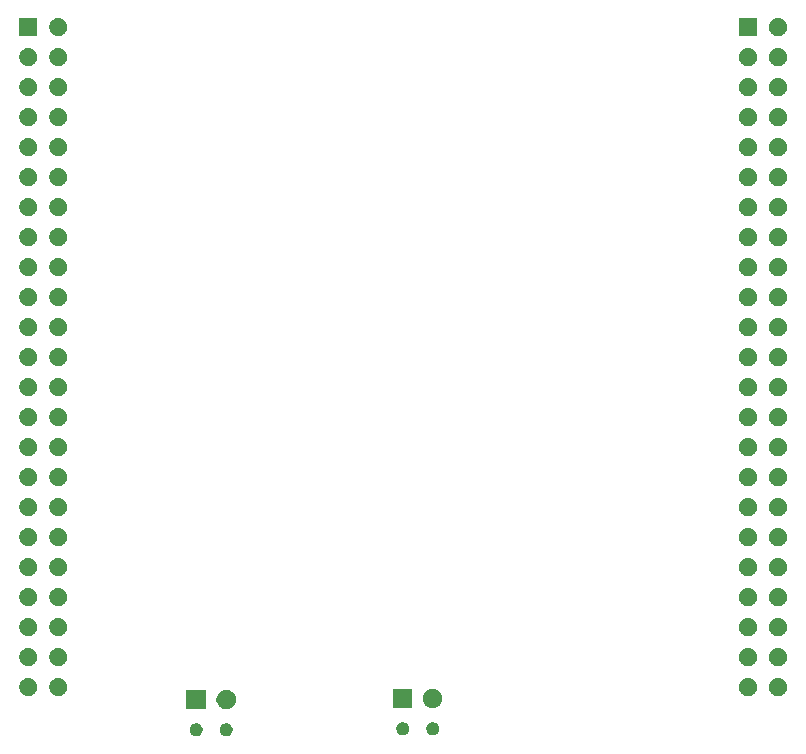
<source format=gbs>
%TF.GenerationSoftware,KiCad,Pcbnew,9.0.7-9.0.7~ubuntu24.04.1*%
%TF.CreationDate,2026-01-13T16:36:12+01:00*%
%TF.ProjectId,analogIO,616e616c-6f67-4494-9f2e-6b696361645f,1.0*%
%TF.SameCoordinates,Original*%
%TF.FileFunction,Soldermask,Bot*%
%TF.FilePolarity,Negative*%
%FSLAX46Y46*%
G04 Gerber Fmt 4.6, Leading zero omitted, Abs format (unit mm)*
G04 Created by KiCad (PCBNEW 9.0.7-9.0.7~ubuntu24.04.1) date 2026-01-13 16:36:12*
%MOMM*%
%LPD*%
G01*
G04 APERTURE LIST*
G04 APERTURE END LIST*
G36*
X133690476Y-111531866D02*
G01*
X133814819Y-111603656D01*
X133916344Y-111705181D01*
X133988134Y-111829524D01*
X134025295Y-111968211D01*
X134025295Y-112111789D01*
X133988134Y-112250476D01*
X133916344Y-112374819D01*
X133814819Y-112476344D01*
X133690476Y-112548134D01*
X133551789Y-112585295D01*
X133408211Y-112585295D01*
X133269524Y-112548134D01*
X133145181Y-112476344D01*
X133043656Y-112374819D01*
X132971866Y-112250476D01*
X132934705Y-112111789D01*
X132934705Y-111968211D01*
X132971866Y-111829524D01*
X133043656Y-111705181D01*
X133145181Y-111603656D01*
X133269524Y-111531866D01*
X133408211Y-111494705D01*
X133551789Y-111494705D01*
X133690476Y-111531866D01*
G37*
G36*
X136230476Y-111531866D02*
G01*
X136354819Y-111603656D01*
X136456344Y-111705181D01*
X136528134Y-111829524D01*
X136565295Y-111968211D01*
X136565295Y-112111789D01*
X136528134Y-112250476D01*
X136456344Y-112374819D01*
X136354819Y-112476344D01*
X136230476Y-112548134D01*
X136091789Y-112585295D01*
X135948211Y-112585295D01*
X135809524Y-112548134D01*
X135685181Y-112476344D01*
X135583656Y-112374819D01*
X135511866Y-112250476D01*
X135474705Y-112111789D01*
X135474705Y-111968211D01*
X135511866Y-111829524D01*
X135583656Y-111705181D01*
X135685181Y-111603656D01*
X135809524Y-111531866D01*
X135948211Y-111494705D01*
X136091789Y-111494705D01*
X136230476Y-111531866D01*
G37*
G36*
X151170476Y-111446866D02*
G01*
X151294819Y-111518656D01*
X151396344Y-111620181D01*
X151468134Y-111744524D01*
X151505295Y-111883211D01*
X151505295Y-112026789D01*
X151468134Y-112165476D01*
X151396344Y-112289819D01*
X151294819Y-112391344D01*
X151170476Y-112463134D01*
X151031789Y-112500295D01*
X150888211Y-112500295D01*
X150749524Y-112463134D01*
X150625181Y-112391344D01*
X150523656Y-112289819D01*
X150451866Y-112165476D01*
X150414705Y-112026789D01*
X150414705Y-111883211D01*
X150451866Y-111744524D01*
X150523656Y-111620181D01*
X150625181Y-111518656D01*
X150749524Y-111446866D01*
X150888211Y-111409705D01*
X151031789Y-111409705D01*
X151170476Y-111446866D01*
G37*
G36*
X153710476Y-111446866D02*
G01*
X153834819Y-111518656D01*
X153936344Y-111620181D01*
X154008134Y-111744524D01*
X154045295Y-111883211D01*
X154045295Y-112026789D01*
X154008134Y-112165476D01*
X153936344Y-112289819D01*
X153834819Y-112391344D01*
X153710476Y-112463134D01*
X153571789Y-112500295D01*
X153428211Y-112500295D01*
X153289524Y-112463134D01*
X153165181Y-112391344D01*
X153063656Y-112289819D01*
X152991866Y-112165476D01*
X152954705Y-112026789D01*
X152954705Y-111883211D01*
X152991866Y-111744524D01*
X153063656Y-111620181D01*
X153165181Y-111518656D01*
X153289524Y-111446866D01*
X153428211Y-111409705D01*
X153571789Y-111409705D01*
X153710476Y-111446866D01*
G37*
G36*
X134305000Y-110325000D02*
G01*
X132655000Y-110325000D01*
X132655000Y-108675000D01*
X134305000Y-108675000D01*
X134305000Y-110325000D01*
G37*
G36*
X136259485Y-108710524D02*
G01*
X136408902Y-108772415D01*
X136543374Y-108862266D01*
X136657734Y-108976626D01*
X136747585Y-109111098D01*
X136809476Y-109260515D01*
X136841027Y-109419136D01*
X136841027Y-109580864D01*
X136809476Y-109739485D01*
X136747585Y-109888902D01*
X136657734Y-110023374D01*
X136543374Y-110137734D01*
X136408902Y-110227585D01*
X136259485Y-110289476D01*
X136100864Y-110321027D01*
X135939136Y-110321027D01*
X135780515Y-110289476D01*
X135631098Y-110227585D01*
X135496626Y-110137734D01*
X135382266Y-110023374D01*
X135292415Y-109888902D01*
X135230524Y-109739485D01*
X135198973Y-109580864D01*
X135198973Y-109419136D01*
X135230524Y-109260515D01*
X135292415Y-109111098D01*
X135382266Y-108976626D01*
X135496626Y-108862266D01*
X135631098Y-108772415D01*
X135780515Y-108710524D01*
X135939136Y-108678973D01*
X136100864Y-108678973D01*
X136259485Y-108710524D01*
G37*
G36*
X151785000Y-110240000D02*
G01*
X150135000Y-110240000D01*
X150135000Y-108590000D01*
X151785000Y-108590000D01*
X151785000Y-110240000D01*
G37*
G36*
X153739485Y-108625524D02*
G01*
X153888902Y-108687415D01*
X154023374Y-108777266D01*
X154137734Y-108891626D01*
X154227585Y-109026098D01*
X154289476Y-109175515D01*
X154321027Y-109334136D01*
X154321027Y-109495864D01*
X154289476Y-109654485D01*
X154227585Y-109803902D01*
X154137734Y-109938374D01*
X154023374Y-110052734D01*
X153888902Y-110142585D01*
X153739485Y-110204476D01*
X153580864Y-110236027D01*
X153419136Y-110236027D01*
X153260515Y-110204476D01*
X153111098Y-110142585D01*
X152976626Y-110052734D01*
X152862266Y-109938374D01*
X152772415Y-109803902D01*
X152710524Y-109654485D01*
X152678973Y-109495864D01*
X152678973Y-109334136D01*
X152710524Y-109175515D01*
X152772415Y-109026098D01*
X152862266Y-108891626D01*
X152976626Y-108777266D01*
X153111098Y-108687415D01*
X153260515Y-108625524D01*
X153419136Y-108593973D01*
X153580864Y-108593973D01*
X153739485Y-108625524D01*
G37*
G36*
X119482068Y-107707941D02*
G01*
X119620619Y-107765330D01*
X119745311Y-107848647D01*
X119851353Y-107954689D01*
X119934670Y-108079381D01*
X119992059Y-108217932D01*
X120021316Y-108365017D01*
X120021316Y-108514983D01*
X119992059Y-108662068D01*
X119934670Y-108800619D01*
X119851353Y-108925311D01*
X119745311Y-109031353D01*
X119620619Y-109114670D01*
X119482068Y-109172059D01*
X119334983Y-109201316D01*
X119185017Y-109201316D01*
X119037932Y-109172059D01*
X118899381Y-109114670D01*
X118774689Y-109031353D01*
X118668647Y-108925311D01*
X118585330Y-108800619D01*
X118527941Y-108662068D01*
X118498684Y-108514983D01*
X118498684Y-108365017D01*
X118527941Y-108217932D01*
X118585330Y-108079381D01*
X118668647Y-107954689D01*
X118774689Y-107848647D01*
X118899381Y-107765330D01*
X119037932Y-107707941D01*
X119185017Y-107678684D01*
X119334983Y-107678684D01*
X119482068Y-107707941D01*
G37*
G36*
X122022068Y-107707941D02*
G01*
X122160619Y-107765330D01*
X122285311Y-107848647D01*
X122391353Y-107954689D01*
X122474670Y-108079381D01*
X122532059Y-108217932D01*
X122561316Y-108365017D01*
X122561316Y-108514983D01*
X122532059Y-108662068D01*
X122474670Y-108800619D01*
X122391353Y-108925311D01*
X122285311Y-109031353D01*
X122160619Y-109114670D01*
X122022068Y-109172059D01*
X121874983Y-109201316D01*
X121725017Y-109201316D01*
X121577932Y-109172059D01*
X121439381Y-109114670D01*
X121314689Y-109031353D01*
X121208647Y-108925311D01*
X121125330Y-108800619D01*
X121067941Y-108662068D01*
X121038684Y-108514983D01*
X121038684Y-108365017D01*
X121067941Y-108217932D01*
X121125330Y-108079381D01*
X121208647Y-107954689D01*
X121314689Y-107848647D01*
X121439381Y-107765330D01*
X121577932Y-107707941D01*
X121725017Y-107678684D01*
X121874983Y-107678684D01*
X122022068Y-107707941D01*
G37*
G36*
X180422068Y-107707941D02*
G01*
X180560619Y-107765330D01*
X180685311Y-107848647D01*
X180791353Y-107954689D01*
X180874670Y-108079381D01*
X180932059Y-108217932D01*
X180961316Y-108365017D01*
X180961316Y-108514983D01*
X180932059Y-108662068D01*
X180874670Y-108800619D01*
X180791353Y-108925311D01*
X180685311Y-109031353D01*
X180560619Y-109114670D01*
X180422068Y-109172059D01*
X180274983Y-109201316D01*
X180125017Y-109201316D01*
X179977932Y-109172059D01*
X179839381Y-109114670D01*
X179714689Y-109031353D01*
X179608647Y-108925311D01*
X179525330Y-108800619D01*
X179467941Y-108662068D01*
X179438684Y-108514983D01*
X179438684Y-108365017D01*
X179467941Y-108217932D01*
X179525330Y-108079381D01*
X179608647Y-107954689D01*
X179714689Y-107848647D01*
X179839381Y-107765330D01*
X179977932Y-107707941D01*
X180125017Y-107678684D01*
X180274983Y-107678684D01*
X180422068Y-107707941D01*
G37*
G36*
X182962068Y-107707941D02*
G01*
X183100619Y-107765330D01*
X183225311Y-107848647D01*
X183331353Y-107954689D01*
X183414670Y-108079381D01*
X183472059Y-108217932D01*
X183501316Y-108365017D01*
X183501316Y-108514983D01*
X183472059Y-108662068D01*
X183414670Y-108800619D01*
X183331353Y-108925311D01*
X183225311Y-109031353D01*
X183100619Y-109114670D01*
X182962068Y-109172059D01*
X182814983Y-109201316D01*
X182665017Y-109201316D01*
X182517932Y-109172059D01*
X182379381Y-109114670D01*
X182254689Y-109031353D01*
X182148647Y-108925311D01*
X182065330Y-108800619D01*
X182007941Y-108662068D01*
X181978684Y-108514983D01*
X181978684Y-108365017D01*
X182007941Y-108217932D01*
X182065330Y-108079381D01*
X182148647Y-107954689D01*
X182254689Y-107848647D01*
X182379381Y-107765330D01*
X182517932Y-107707941D01*
X182665017Y-107678684D01*
X182814983Y-107678684D01*
X182962068Y-107707941D01*
G37*
G36*
X119482068Y-105167941D02*
G01*
X119620619Y-105225330D01*
X119745311Y-105308647D01*
X119851353Y-105414689D01*
X119934670Y-105539381D01*
X119992059Y-105677932D01*
X120021316Y-105825017D01*
X120021316Y-105974983D01*
X119992059Y-106122068D01*
X119934670Y-106260619D01*
X119851353Y-106385311D01*
X119745311Y-106491353D01*
X119620619Y-106574670D01*
X119482068Y-106632059D01*
X119334983Y-106661316D01*
X119185017Y-106661316D01*
X119037932Y-106632059D01*
X118899381Y-106574670D01*
X118774689Y-106491353D01*
X118668647Y-106385311D01*
X118585330Y-106260619D01*
X118527941Y-106122068D01*
X118498684Y-105974983D01*
X118498684Y-105825017D01*
X118527941Y-105677932D01*
X118585330Y-105539381D01*
X118668647Y-105414689D01*
X118774689Y-105308647D01*
X118899381Y-105225330D01*
X119037932Y-105167941D01*
X119185017Y-105138684D01*
X119334983Y-105138684D01*
X119482068Y-105167941D01*
G37*
G36*
X122022068Y-105167941D02*
G01*
X122160619Y-105225330D01*
X122285311Y-105308647D01*
X122391353Y-105414689D01*
X122474670Y-105539381D01*
X122532059Y-105677932D01*
X122561316Y-105825017D01*
X122561316Y-105974983D01*
X122532059Y-106122068D01*
X122474670Y-106260619D01*
X122391353Y-106385311D01*
X122285311Y-106491353D01*
X122160619Y-106574670D01*
X122022068Y-106632059D01*
X121874983Y-106661316D01*
X121725017Y-106661316D01*
X121577932Y-106632059D01*
X121439381Y-106574670D01*
X121314689Y-106491353D01*
X121208647Y-106385311D01*
X121125330Y-106260619D01*
X121067941Y-106122068D01*
X121038684Y-105974983D01*
X121038684Y-105825017D01*
X121067941Y-105677932D01*
X121125330Y-105539381D01*
X121208647Y-105414689D01*
X121314689Y-105308647D01*
X121439381Y-105225330D01*
X121577932Y-105167941D01*
X121725017Y-105138684D01*
X121874983Y-105138684D01*
X122022068Y-105167941D01*
G37*
G36*
X180422068Y-105167941D02*
G01*
X180560619Y-105225330D01*
X180685311Y-105308647D01*
X180791353Y-105414689D01*
X180874670Y-105539381D01*
X180932059Y-105677932D01*
X180961316Y-105825017D01*
X180961316Y-105974983D01*
X180932059Y-106122068D01*
X180874670Y-106260619D01*
X180791353Y-106385311D01*
X180685311Y-106491353D01*
X180560619Y-106574670D01*
X180422068Y-106632059D01*
X180274983Y-106661316D01*
X180125017Y-106661316D01*
X179977932Y-106632059D01*
X179839381Y-106574670D01*
X179714689Y-106491353D01*
X179608647Y-106385311D01*
X179525330Y-106260619D01*
X179467941Y-106122068D01*
X179438684Y-105974983D01*
X179438684Y-105825017D01*
X179467941Y-105677932D01*
X179525330Y-105539381D01*
X179608647Y-105414689D01*
X179714689Y-105308647D01*
X179839381Y-105225330D01*
X179977932Y-105167941D01*
X180125017Y-105138684D01*
X180274983Y-105138684D01*
X180422068Y-105167941D01*
G37*
G36*
X182962068Y-105167941D02*
G01*
X183100619Y-105225330D01*
X183225311Y-105308647D01*
X183331353Y-105414689D01*
X183414670Y-105539381D01*
X183472059Y-105677932D01*
X183501316Y-105825017D01*
X183501316Y-105974983D01*
X183472059Y-106122068D01*
X183414670Y-106260619D01*
X183331353Y-106385311D01*
X183225311Y-106491353D01*
X183100619Y-106574670D01*
X182962068Y-106632059D01*
X182814983Y-106661316D01*
X182665017Y-106661316D01*
X182517932Y-106632059D01*
X182379381Y-106574670D01*
X182254689Y-106491353D01*
X182148647Y-106385311D01*
X182065330Y-106260619D01*
X182007941Y-106122068D01*
X181978684Y-105974983D01*
X181978684Y-105825017D01*
X182007941Y-105677932D01*
X182065330Y-105539381D01*
X182148647Y-105414689D01*
X182254689Y-105308647D01*
X182379381Y-105225330D01*
X182517932Y-105167941D01*
X182665017Y-105138684D01*
X182814983Y-105138684D01*
X182962068Y-105167941D01*
G37*
G36*
X119482068Y-102627941D02*
G01*
X119620619Y-102685330D01*
X119745311Y-102768647D01*
X119851353Y-102874689D01*
X119934670Y-102999381D01*
X119992059Y-103137932D01*
X120021316Y-103285017D01*
X120021316Y-103434983D01*
X119992059Y-103582068D01*
X119934670Y-103720619D01*
X119851353Y-103845311D01*
X119745311Y-103951353D01*
X119620619Y-104034670D01*
X119482068Y-104092059D01*
X119334983Y-104121316D01*
X119185017Y-104121316D01*
X119037932Y-104092059D01*
X118899381Y-104034670D01*
X118774689Y-103951353D01*
X118668647Y-103845311D01*
X118585330Y-103720619D01*
X118527941Y-103582068D01*
X118498684Y-103434983D01*
X118498684Y-103285017D01*
X118527941Y-103137932D01*
X118585330Y-102999381D01*
X118668647Y-102874689D01*
X118774689Y-102768647D01*
X118899381Y-102685330D01*
X119037932Y-102627941D01*
X119185017Y-102598684D01*
X119334983Y-102598684D01*
X119482068Y-102627941D01*
G37*
G36*
X122022068Y-102627941D02*
G01*
X122160619Y-102685330D01*
X122285311Y-102768647D01*
X122391353Y-102874689D01*
X122474670Y-102999381D01*
X122532059Y-103137932D01*
X122561316Y-103285017D01*
X122561316Y-103434983D01*
X122532059Y-103582068D01*
X122474670Y-103720619D01*
X122391353Y-103845311D01*
X122285311Y-103951353D01*
X122160619Y-104034670D01*
X122022068Y-104092059D01*
X121874983Y-104121316D01*
X121725017Y-104121316D01*
X121577932Y-104092059D01*
X121439381Y-104034670D01*
X121314689Y-103951353D01*
X121208647Y-103845311D01*
X121125330Y-103720619D01*
X121067941Y-103582068D01*
X121038684Y-103434983D01*
X121038684Y-103285017D01*
X121067941Y-103137932D01*
X121125330Y-102999381D01*
X121208647Y-102874689D01*
X121314689Y-102768647D01*
X121439381Y-102685330D01*
X121577932Y-102627941D01*
X121725017Y-102598684D01*
X121874983Y-102598684D01*
X122022068Y-102627941D01*
G37*
G36*
X180422068Y-102627941D02*
G01*
X180560619Y-102685330D01*
X180685311Y-102768647D01*
X180791353Y-102874689D01*
X180874670Y-102999381D01*
X180932059Y-103137932D01*
X180961316Y-103285017D01*
X180961316Y-103434983D01*
X180932059Y-103582068D01*
X180874670Y-103720619D01*
X180791353Y-103845311D01*
X180685311Y-103951353D01*
X180560619Y-104034670D01*
X180422068Y-104092059D01*
X180274983Y-104121316D01*
X180125017Y-104121316D01*
X179977932Y-104092059D01*
X179839381Y-104034670D01*
X179714689Y-103951353D01*
X179608647Y-103845311D01*
X179525330Y-103720619D01*
X179467941Y-103582068D01*
X179438684Y-103434983D01*
X179438684Y-103285017D01*
X179467941Y-103137932D01*
X179525330Y-102999381D01*
X179608647Y-102874689D01*
X179714689Y-102768647D01*
X179839381Y-102685330D01*
X179977932Y-102627941D01*
X180125017Y-102598684D01*
X180274983Y-102598684D01*
X180422068Y-102627941D01*
G37*
G36*
X182962068Y-102627941D02*
G01*
X183100619Y-102685330D01*
X183225311Y-102768647D01*
X183331353Y-102874689D01*
X183414670Y-102999381D01*
X183472059Y-103137932D01*
X183501316Y-103285017D01*
X183501316Y-103434983D01*
X183472059Y-103582068D01*
X183414670Y-103720619D01*
X183331353Y-103845311D01*
X183225311Y-103951353D01*
X183100619Y-104034670D01*
X182962068Y-104092059D01*
X182814983Y-104121316D01*
X182665017Y-104121316D01*
X182517932Y-104092059D01*
X182379381Y-104034670D01*
X182254689Y-103951353D01*
X182148647Y-103845311D01*
X182065330Y-103720619D01*
X182007941Y-103582068D01*
X181978684Y-103434983D01*
X181978684Y-103285017D01*
X182007941Y-103137932D01*
X182065330Y-102999381D01*
X182148647Y-102874689D01*
X182254689Y-102768647D01*
X182379381Y-102685330D01*
X182517932Y-102627941D01*
X182665017Y-102598684D01*
X182814983Y-102598684D01*
X182962068Y-102627941D01*
G37*
G36*
X119482068Y-100087941D02*
G01*
X119620619Y-100145330D01*
X119745311Y-100228647D01*
X119851353Y-100334689D01*
X119934670Y-100459381D01*
X119992059Y-100597932D01*
X120021316Y-100745017D01*
X120021316Y-100894983D01*
X119992059Y-101042068D01*
X119934670Y-101180619D01*
X119851353Y-101305311D01*
X119745311Y-101411353D01*
X119620619Y-101494670D01*
X119482068Y-101552059D01*
X119334983Y-101581316D01*
X119185017Y-101581316D01*
X119037932Y-101552059D01*
X118899381Y-101494670D01*
X118774689Y-101411353D01*
X118668647Y-101305311D01*
X118585330Y-101180619D01*
X118527941Y-101042068D01*
X118498684Y-100894983D01*
X118498684Y-100745017D01*
X118527941Y-100597932D01*
X118585330Y-100459381D01*
X118668647Y-100334689D01*
X118774689Y-100228647D01*
X118899381Y-100145330D01*
X119037932Y-100087941D01*
X119185017Y-100058684D01*
X119334983Y-100058684D01*
X119482068Y-100087941D01*
G37*
G36*
X122022068Y-100087941D02*
G01*
X122160619Y-100145330D01*
X122285311Y-100228647D01*
X122391353Y-100334689D01*
X122474670Y-100459381D01*
X122532059Y-100597932D01*
X122561316Y-100745017D01*
X122561316Y-100894983D01*
X122532059Y-101042068D01*
X122474670Y-101180619D01*
X122391353Y-101305311D01*
X122285311Y-101411353D01*
X122160619Y-101494670D01*
X122022068Y-101552059D01*
X121874983Y-101581316D01*
X121725017Y-101581316D01*
X121577932Y-101552059D01*
X121439381Y-101494670D01*
X121314689Y-101411353D01*
X121208647Y-101305311D01*
X121125330Y-101180619D01*
X121067941Y-101042068D01*
X121038684Y-100894983D01*
X121038684Y-100745017D01*
X121067941Y-100597932D01*
X121125330Y-100459381D01*
X121208647Y-100334689D01*
X121314689Y-100228647D01*
X121439381Y-100145330D01*
X121577932Y-100087941D01*
X121725017Y-100058684D01*
X121874983Y-100058684D01*
X122022068Y-100087941D01*
G37*
G36*
X180422068Y-100087941D02*
G01*
X180560619Y-100145330D01*
X180685311Y-100228647D01*
X180791353Y-100334689D01*
X180874670Y-100459381D01*
X180932059Y-100597932D01*
X180961316Y-100745017D01*
X180961316Y-100894983D01*
X180932059Y-101042068D01*
X180874670Y-101180619D01*
X180791353Y-101305311D01*
X180685311Y-101411353D01*
X180560619Y-101494670D01*
X180422068Y-101552059D01*
X180274983Y-101581316D01*
X180125017Y-101581316D01*
X179977932Y-101552059D01*
X179839381Y-101494670D01*
X179714689Y-101411353D01*
X179608647Y-101305311D01*
X179525330Y-101180619D01*
X179467941Y-101042068D01*
X179438684Y-100894983D01*
X179438684Y-100745017D01*
X179467941Y-100597932D01*
X179525330Y-100459381D01*
X179608647Y-100334689D01*
X179714689Y-100228647D01*
X179839381Y-100145330D01*
X179977932Y-100087941D01*
X180125017Y-100058684D01*
X180274983Y-100058684D01*
X180422068Y-100087941D01*
G37*
G36*
X182962068Y-100087941D02*
G01*
X183100619Y-100145330D01*
X183225311Y-100228647D01*
X183331353Y-100334689D01*
X183414670Y-100459381D01*
X183472059Y-100597932D01*
X183501316Y-100745017D01*
X183501316Y-100894983D01*
X183472059Y-101042068D01*
X183414670Y-101180619D01*
X183331353Y-101305311D01*
X183225311Y-101411353D01*
X183100619Y-101494670D01*
X182962068Y-101552059D01*
X182814983Y-101581316D01*
X182665017Y-101581316D01*
X182517932Y-101552059D01*
X182379381Y-101494670D01*
X182254689Y-101411353D01*
X182148647Y-101305311D01*
X182065330Y-101180619D01*
X182007941Y-101042068D01*
X181978684Y-100894983D01*
X181978684Y-100745017D01*
X182007941Y-100597932D01*
X182065330Y-100459381D01*
X182148647Y-100334689D01*
X182254689Y-100228647D01*
X182379381Y-100145330D01*
X182517932Y-100087941D01*
X182665017Y-100058684D01*
X182814983Y-100058684D01*
X182962068Y-100087941D01*
G37*
G36*
X119482068Y-97547941D02*
G01*
X119620619Y-97605330D01*
X119745311Y-97688647D01*
X119851353Y-97794689D01*
X119934670Y-97919381D01*
X119992059Y-98057932D01*
X120021316Y-98205017D01*
X120021316Y-98354983D01*
X119992059Y-98502068D01*
X119934670Y-98640619D01*
X119851353Y-98765311D01*
X119745311Y-98871353D01*
X119620619Y-98954670D01*
X119482068Y-99012059D01*
X119334983Y-99041316D01*
X119185017Y-99041316D01*
X119037932Y-99012059D01*
X118899381Y-98954670D01*
X118774689Y-98871353D01*
X118668647Y-98765311D01*
X118585330Y-98640619D01*
X118527941Y-98502068D01*
X118498684Y-98354983D01*
X118498684Y-98205017D01*
X118527941Y-98057932D01*
X118585330Y-97919381D01*
X118668647Y-97794689D01*
X118774689Y-97688647D01*
X118899381Y-97605330D01*
X119037932Y-97547941D01*
X119185017Y-97518684D01*
X119334983Y-97518684D01*
X119482068Y-97547941D01*
G37*
G36*
X122022068Y-97547941D02*
G01*
X122160619Y-97605330D01*
X122285311Y-97688647D01*
X122391353Y-97794689D01*
X122474670Y-97919381D01*
X122532059Y-98057932D01*
X122561316Y-98205017D01*
X122561316Y-98354983D01*
X122532059Y-98502068D01*
X122474670Y-98640619D01*
X122391353Y-98765311D01*
X122285311Y-98871353D01*
X122160619Y-98954670D01*
X122022068Y-99012059D01*
X121874983Y-99041316D01*
X121725017Y-99041316D01*
X121577932Y-99012059D01*
X121439381Y-98954670D01*
X121314689Y-98871353D01*
X121208647Y-98765311D01*
X121125330Y-98640619D01*
X121067941Y-98502068D01*
X121038684Y-98354983D01*
X121038684Y-98205017D01*
X121067941Y-98057932D01*
X121125330Y-97919381D01*
X121208647Y-97794689D01*
X121314689Y-97688647D01*
X121439381Y-97605330D01*
X121577932Y-97547941D01*
X121725017Y-97518684D01*
X121874983Y-97518684D01*
X122022068Y-97547941D01*
G37*
G36*
X180422068Y-97547941D02*
G01*
X180560619Y-97605330D01*
X180685311Y-97688647D01*
X180791353Y-97794689D01*
X180874670Y-97919381D01*
X180932059Y-98057932D01*
X180961316Y-98205017D01*
X180961316Y-98354983D01*
X180932059Y-98502068D01*
X180874670Y-98640619D01*
X180791353Y-98765311D01*
X180685311Y-98871353D01*
X180560619Y-98954670D01*
X180422068Y-99012059D01*
X180274983Y-99041316D01*
X180125017Y-99041316D01*
X179977932Y-99012059D01*
X179839381Y-98954670D01*
X179714689Y-98871353D01*
X179608647Y-98765311D01*
X179525330Y-98640619D01*
X179467941Y-98502068D01*
X179438684Y-98354983D01*
X179438684Y-98205017D01*
X179467941Y-98057932D01*
X179525330Y-97919381D01*
X179608647Y-97794689D01*
X179714689Y-97688647D01*
X179839381Y-97605330D01*
X179977932Y-97547941D01*
X180125017Y-97518684D01*
X180274983Y-97518684D01*
X180422068Y-97547941D01*
G37*
G36*
X182962068Y-97547941D02*
G01*
X183100619Y-97605330D01*
X183225311Y-97688647D01*
X183331353Y-97794689D01*
X183414670Y-97919381D01*
X183472059Y-98057932D01*
X183501316Y-98205017D01*
X183501316Y-98354983D01*
X183472059Y-98502068D01*
X183414670Y-98640619D01*
X183331353Y-98765311D01*
X183225311Y-98871353D01*
X183100619Y-98954670D01*
X182962068Y-99012059D01*
X182814983Y-99041316D01*
X182665017Y-99041316D01*
X182517932Y-99012059D01*
X182379381Y-98954670D01*
X182254689Y-98871353D01*
X182148647Y-98765311D01*
X182065330Y-98640619D01*
X182007941Y-98502068D01*
X181978684Y-98354983D01*
X181978684Y-98205017D01*
X182007941Y-98057932D01*
X182065330Y-97919381D01*
X182148647Y-97794689D01*
X182254689Y-97688647D01*
X182379381Y-97605330D01*
X182517932Y-97547941D01*
X182665017Y-97518684D01*
X182814983Y-97518684D01*
X182962068Y-97547941D01*
G37*
G36*
X119482068Y-95007941D02*
G01*
X119620619Y-95065330D01*
X119745311Y-95148647D01*
X119851353Y-95254689D01*
X119934670Y-95379381D01*
X119992059Y-95517932D01*
X120021316Y-95665017D01*
X120021316Y-95814983D01*
X119992059Y-95962068D01*
X119934670Y-96100619D01*
X119851353Y-96225311D01*
X119745311Y-96331353D01*
X119620619Y-96414670D01*
X119482068Y-96472059D01*
X119334983Y-96501316D01*
X119185017Y-96501316D01*
X119037932Y-96472059D01*
X118899381Y-96414670D01*
X118774689Y-96331353D01*
X118668647Y-96225311D01*
X118585330Y-96100619D01*
X118527941Y-95962068D01*
X118498684Y-95814983D01*
X118498684Y-95665017D01*
X118527941Y-95517932D01*
X118585330Y-95379381D01*
X118668647Y-95254689D01*
X118774689Y-95148647D01*
X118899381Y-95065330D01*
X119037932Y-95007941D01*
X119185017Y-94978684D01*
X119334983Y-94978684D01*
X119482068Y-95007941D01*
G37*
G36*
X122022068Y-95007941D02*
G01*
X122160619Y-95065330D01*
X122285311Y-95148647D01*
X122391353Y-95254689D01*
X122474670Y-95379381D01*
X122532059Y-95517932D01*
X122561316Y-95665017D01*
X122561316Y-95814983D01*
X122532059Y-95962068D01*
X122474670Y-96100619D01*
X122391353Y-96225311D01*
X122285311Y-96331353D01*
X122160619Y-96414670D01*
X122022068Y-96472059D01*
X121874983Y-96501316D01*
X121725017Y-96501316D01*
X121577932Y-96472059D01*
X121439381Y-96414670D01*
X121314689Y-96331353D01*
X121208647Y-96225311D01*
X121125330Y-96100619D01*
X121067941Y-95962068D01*
X121038684Y-95814983D01*
X121038684Y-95665017D01*
X121067941Y-95517932D01*
X121125330Y-95379381D01*
X121208647Y-95254689D01*
X121314689Y-95148647D01*
X121439381Y-95065330D01*
X121577932Y-95007941D01*
X121725017Y-94978684D01*
X121874983Y-94978684D01*
X122022068Y-95007941D01*
G37*
G36*
X180422068Y-95007941D02*
G01*
X180560619Y-95065330D01*
X180685311Y-95148647D01*
X180791353Y-95254689D01*
X180874670Y-95379381D01*
X180932059Y-95517932D01*
X180961316Y-95665017D01*
X180961316Y-95814983D01*
X180932059Y-95962068D01*
X180874670Y-96100619D01*
X180791353Y-96225311D01*
X180685311Y-96331353D01*
X180560619Y-96414670D01*
X180422068Y-96472059D01*
X180274983Y-96501316D01*
X180125017Y-96501316D01*
X179977932Y-96472059D01*
X179839381Y-96414670D01*
X179714689Y-96331353D01*
X179608647Y-96225311D01*
X179525330Y-96100619D01*
X179467941Y-95962068D01*
X179438684Y-95814983D01*
X179438684Y-95665017D01*
X179467941Y-95517932D01*
X179525330Y-95379381D01*
X179608647Y-95254689D01*
X179714689Y-95148647D01*
X179839381Y-95065330D01*
X179977932Y-95007941D01*
X180125017Y-94978684D01*
X180274983Y-94978684D01*
X180422068Y-95007941D01*
G37*
G36*
X182962068Y-95007941D02*
G01*
X183100619Y-95065330D01*
X183225311Y-95148647D01*
X183331353Y-95254689D01*
X183414670Y-95379381D01*
X183472059Y-95517932D01*
X183501316Y-95665017D01*
X183501316Y-95814983D01*
X183472059Y-95962068D01*
X183414670Y-96100619D01*
X183331353Y-96225311D01*
X183225311Y-96331353D01*
X183100619Y-96414670D01*
X182962068Y-96472059D01*
X182814983Y-96501316D01*
X182665017Y-96501316D01*
X182517932Y-96472059D01*
X182379381Y-96414670D01*
X182254689Y-96331353D01*
X182148647Y-96225311D01*
X182065330Y-96100619D01*
X182007941Y-95962068D01*
X181978684Y-95814983D01*
X181978684Y-95665017D01*
X182007941Y-95517932D01*
X182065330Y-95379381D01*
X182148647Y-95254689D01*
X182254689Y-95148647D01*
X182379381Y-95065330D01*
X182517932Y-95007941D01*
X182665017Y-94978684D01*
X182814983Y-94978684D01*
X182962068Y-95007941D01*
G37*
G36*
X119482068Y-92467941D02*
G01*
X119620619Y-92525330D01*
X119745311Y-92608647D01*
X119851353Y-92714689D01*
X119934670Y-92839381D01*
X119992059Y-92977932D01*
X120021316Y-93125017D01*
X120021316Y-93274983D01*
X119992059Y-93422068D01*
X119934670Y-93560619D01*
X119851353Y-93685311D01*
X119745311Y-93791353D01*
X119620619Y-93874670D01*
X119482068Y-93932059D01*
X119334983Y-93961316D01*
X119185017Y-93961316D01*
X119037932Y-93932059D01*
X118899381Y-93874670D01*
X118774689Y-93791353D01*
X118668647Y-93685311D01*
X118585330Y-93560619D01*
X118527941Y-93422068D01*
X118498684Y-93274983D01*
X118498684Y-93125017D01*
X118527941Y-92977932D01*
X118585330Y-92839381D01*
X118668647Y-92714689D01*
X118774689Y-92608647D01*
X118899381Y-92525330D01*
X119037932Y-92467941D01*
X119185017Y-92438684D01*
X119334983Y-92438684D01*
X119482068Y-92467941D01*
G37*
G36*
X122022068Y-92467941D02*
G01*
X122160619Y-92525330D01*
X122285311Y-92608647D01*
X122391353Y-92714689D01*
X122474670Y-92839381D01*
X122532059Y-92977932D01*
X122561316Y-93125017D01*
X122561316Y-93274983D01*
X122532059Y-93422068D01*
X122474670Y-93560619D01*
X122391353Y-93685311D01*
X122285311Y-93791353D01*
X122160619Y-93874670D01*
X122022068Y-93932059D01*
X121874983Y-93961316D01*
X121725017Y-93961316D01*
X121577932Y-93932059D01*
X121439381Y-93874670D01*
X121314689Y-93791353D01*
X121208647Y-93685311D01*
X121125330Y-93560619D01*
X121067941Y-93422068D01*
X121038684Y-93274983D01*
X121038684Y-93125017D01*
X121067941Y-92977932D01*
X121125330Y-92839381D01*
X121208647Y-92714689D01*
X121314689Y-92608647D01*
X121439381Y-92525330D01*
X121577932Y-92467941D01*
X121725017Y-92438684D01*
X121874983Y-92438684D01*
X122022068Y-92467941D01*
G37*
G36*
X180422068Y-92467941D02*
G01*
X180560619Y-92525330D01*
X180685311Y-92608647D01*
X180791353Y-92714689D01*
X180874670Y-92839381D01*
X180932059Y-92977932D01*
X180961316Y-93125017D01*
X180961316Y-93274983D01*
X180932059Y-93422068D01*
X180874670Y-93560619D01*
X180791353Y-93685311D01*
X180685311Y-93791353D01*
X180560619Y-93874670D01*
X180422068Y-93932059D01*
X180274983Y-93961316D01*
X180125017Y-93961316D01*
X179977932Y-93932059D01*
X179839381Y-93874670D01*
X179714689Y-93791353D01*
X179608647Y-93685311D01*
X179525330Y-93560619D01*
X179467941Y-93422068D01*
X179438684Y-93274983D01*
X179438684Y-93125017D01*
X179467941Y-92977932D01*
X179525330Y-92839381D01*
X179608647Y-92714689D01*
X179714689Y-92608647D01*
X179839381Y-92525330D01*
X179977932Y-92467941D01*
X180125017Y-92438684D01*
X180274983Y-92438684D01*
X180422068Y-92467941D01*
G37*
G36*
X182962068Y-92467941D02*
G01*
X183100619Y-92525330D01*
X183225311Y-92608647D01*
X183331353Y-92714689D01*
X183414670Y-92839381D01*
X183472059Y-92977932D01*
X183501316Y-93125017D01*
X183501316Y-93274983D01*
X183472059Y-93422068D01*
X183414670Y-93560619D01*
X183331353Y-93685311D01*
X183225311Y-93791353D01*
X183100619Y-93874670D01*
X182962068Y-93932059D01*
X182814983Y-93961316D01*
X182665017Y-93961316D01*
X182517932Y-93932059D01*
X182379381Y-93874670D01*
X182254689Y-93791353D01*
X182148647Y-93685311D01*
X182065330Y-93560619D01*
X182007941Y-93422068D01*
X181978684Y-93274983D01*
X181978684Y-93125017D01*
X182007941Y-92977932D01*
X182065330Y-92839381D01*
X182148647Y-92714689D01*
X182254689Y-92608647D01*
X182379381Y-92525330D01*
X182517932Y-92467941D01*
X182665017Y-92438684D01*
X182814983Y-92438684D01*
X182962068Y-92467941D01*
G37*
G36*
X119482068Y-89927941D02*
G01*
X119620619Y-89985330D01*
X119745311Y-90068647D01*
X119851353Y-90174689D01*
X119934670Y-90299381D01*
X119992059Y-90437932D01*
X120021316Y-90585017D01*
X120021316Y-90734983D01*
X119992059Y-90882068D01*
X119934670Y-91020619D01*
X119851353Y-91145311D01*
X119745311Y-91251353D01*
X119620619Y-91334670D01*
X119482068Y-91392059D01*
X119334983Y-91421316D01*
X119185017Y-91421316D01*
X119037932Y-91392059D01*
X118899381Y-91334670D01*
X118774689Y-91251353D01*
X118668647Y-91145311D01*
X118585330Y-91020619D01*
X118527941Y-90882068D01*
X118498684Y-90734983D01*
X118498684Y-90585017D01*
X118527941Y-90437932D01*
X118585330Y-90299381D01*
X118668647Y-90174689D01*
X118774689Y-90068647D01*
X118899381Y-89985330D01*
X119037932Y-89927941D01*
X119185017Y-89898684D01*
X119334983Y-89898684D01*
X119482068Y-89927941D01*
G37*
G36*
X122022068Y-89927941D02*
G01*
X122160619Y-89985330D01*
X122285311Y-90068647D01*
X122391353Y-90174689D01*
X122474670Y-90299381D01*
X122532059Y-90437932D01*
X122561316Y-90585017D01*
X122561316Y-90734983D01*
X122532059Y-90882068D01*
X122474670Y-91020619D01*
X122391353Y-91145311D01*
X122285311Y-91251353D01*
X122160619Y-91334670D01*
X122022068Y-91392059D01*
X121874983Y-91421316D01*
X121725017Y-91421316D01*
X121577932Y-91392059D01*
X121439381Y-91334670D01*
X121314689Y-91251353D01*
X121208647Y-91145311D01*
X121125330Y-91020619D01*
X121067941Y-90882068D01*
X121038684Y-90734983D01*
X121038684Y-90585017D01*
X121067941Y-90437932D01*
X121125330Y-90299381D01*
X121208647Y-90174689D01*
X121314689Y-90068647D01*
X121439381Y-89985330D01*
X121577932Y-89927941D01*
X121725017Y-89898684D01*
X121874983Y-89898684D01*
X122022068Y-89927941D01*
G37*
G36*
X180422068Y-89927941D02*
G01*
X180560619Y-89985330D01*
X180685311Y-90068647D01*
X180791353Y-90174689D01*
X180874670Y-90299381D01*
X180932059Y-90437932D01*
X180961316Y-90585017D01*
X180961316Y-90734983D01*
X180932059Y-90882068D01*
X180874670Y-91020619D01*
X180791353Y-91145311D01*
X180685311Y-91251353D01*
X180560619Y-91334670D01*
X180422068Y-91392059D01*
X180274983Y-91421316D01*
X180125017Y-91421316D01*
X179977932Y-91392059D01*
X179839381Y-91334670D01*
X179714689Y-91251353D01*
X179608647Y-91145311D01*
X179525330Y-91020619D01*
X179467941Y-90882068D01*
X179438684Y-90734983D01*
X179438684Y-90585017D01*
X179467941Y-90437932D01*
X179525330Y-90299381D01*
X179608647Y-90174689D01*
X179714689Y-90068647D01*
X179839381Y-89985330D01*
X179977932Y-89927941D01*
X180125017Y-89898684D01*
X180274983Y-89898684D01*
X180422068Y-89927941D01*
G37*
G36*
X182962068Y-89927941D02*
G01*
X183100619Y-89985330D01*
X183225311Y-90068647D01*
X183331353Y-90174689D01*
X183414670Y-90299381D01*
X183472059Y-90437932D01*
X183501316Y-90585017D01*
X183501316Y-90734983D01*
X183472059Y-90882068D01*
X183414670Y-91020619D01*
X183331353Y-91145311D01*
X183225311Y-91251353D01*
X183100619Y-91334670D01*
X182962068Y-91392059D01*
X182814983Y-91421316D01*
X182665017Y-91421316D01*
X182517932Y-91392059D01*
X182379381Y-91334670D01*
X182254689Y-91251353D01*
X182148647Y-91145311D01*
X182065330Y-91020619D01*
X182007941Y-90882068D01*
X181978684Y-90734983D01*
X181978684Y-90585017D01*
X182007941Y-90437932D01*
X182065330Y-90299381D01*
X182148647Y-90174689D01*
X182254689Y-90068647D01*
X182379381Y-89985330D01*
X182517932Y-89927941D01*
X182665017Y-89898684D01*
X182814983Y-89898684D01*
X182962068Y-89927941D01*
G37*
G36*
X119482068Y-87387941D02*
G01*
X119620619Y-87445330D01*
X119745311Y-87528647D01*
X119851353Y-87634689D01*
X119934670Y-87759381D01*
X119992059Y-87897932D01*
X120021316Y-88045017D01*
X120021316Y-88194983D01*
X119992059Y-88342068D01*
X119934670Y-88480619D01*
X119851353Y-88605311D01*
X119745311Y-88711353D01*
X119620619Y-88794670D01*
X119482068Y-88852059D01*
X119334983Y-88881316D01*
X119185017Y-88881316D01*
X119037932Y-88852059D01*
X118899381Y-88794670D01*
X118774689Y-88711353D01*
X118668647Y-88605311D01*
X118585330Y-88480619D01*
X118527941Y-88342068D01*
X118498684Y-88194983D01*
X118498684Y-88045017D01*
X118527941Y-87897932D01*
X118585330Y-87759381D01*
X118668647Y-87634689D01*
X118774689Y-87528647D01*
X118899381Y-87445330D01*
X119037932Y-87387941D01*
X119185017Y-87358684D01*
X119334983Y-87358684D01*
X119482068Y-87387941D01*
G37*
G36*
X122022068Y-87387941D02*
G01*
X122160619Y-87445330D01*
X122285311Y-87528647D01*
X122391353Y-87634689D01*
X122474670Y-87759381D01*
X122532059Y-87897932D01*
X122561316Y-88045017D01*
X122561316Y-88194983D01*
X122532059Y-88342068D01*
X122474670Y-88480619D01*
X122391353Y-88605311D01*
X122285311Y-88711353D01*
X122160619Y-88794670D01*
X122022068Y-88852059D01*
X121874983Y-88881316D01*
X121725017Y-88881316D01*
X121577932Y-88852059D01*
X121439381Y-88794670D01*
X121314689Y-88711353D01*
X121208647Y-88605311D01*
X121125330Y-88480619D01*
X121067941Y-88342068D01*
X121038684Y-88194983D01*
X121038684Y-88045017D01*
X121067941Y-87897932D01*
X121125330Y-87759381D01*
X121208647Y-87634689D01*
X121314689Y-87528647D01*
X121439381Y-87445330D01*
X121577932Y-87387941D01*
X121725017Y-87358684D01*
X121874983Y-87358684D01*
X122022068Y-87387941D01*
G37*
G36*
X180422068Y-87387941D02*
G01*
X180560619Y-87445330D01*
X180685311Y-87528647D01*
X180791353Y-87634689D01*
X180874670Y-87759381D01*
X180932059Y-87897932D01*
X180961316Y-88045017D01*
X180961316Y-88194983D01*
X180932059Y-88342068D01*
X180874670Y-88480619D01*
X180791353Y-88605311D01*
X180685311Y-88711353D01*
X180560619Y-88794670D01*
X180422068Y-88852059D01*
X180274983Y-88881316D01*
X180125017Y-88881316D01*
X179977932Y-88852059D01*
X179839381Y-88794670D01*
X179714689Y-88711353D01*
X179608647Y-88605311D01*
X179525330Y-88480619D01*
X179467941Y-88342068D01*
X179438684Y-88194983D01*
X179438684Y-88045017D01*
X179467941Y-87897932D01*
X179525330Y-87759381D01*
X179608647Y-87634689D01*
X179714689Y-87528647D01*
X179839381Y-87445330D01*
X179977932Y-87387941D01*
X180125017Y-87358684D01*
X180274983Y-87358684D01*
X180422068Y-87387941D01*
G37*
G36*
X182962068Y-87387941D02*
G01*
X183100619Y-87445330D01*
X183225311Y-87528647D01*
X183331353Y-87634689D01*
X183414670Y-87759381D01*
X183472059Y-87897932D01*
X183501316Y-88045017D01*
X183501316Y-88194983D01*
X183472059Y-88342068D01*
X183414670Y-88480619D01*
X183331353Y-88605311D01*
X183225311Y-88711353D01*
X183100619Y-88794670D01*
X182962068Y-88852059D01*
X182814983Y-88881316D01*
X182665017Y-88881316D01*
X182517932Y-88852059D01*
X182379381Y-88794670D01*
X182254689Y-88711353D01*
X182148647Y-88605311D01*
X182065330Y-88480619D01*
X182007941Y-88342068D01*
X181978684Y-88194983D01*
X181978684Y-88045017D01*
X182007941Y-87897932D01*
X182065330Y-87759381D01*
X182148647Y-87634689D01*
X182254689Y-87528647D01*
X182379381Y-87445330D01*
X182517932Y-87387941D01*
X182665017Y-87358684D01*
X182814983Y-87358684D01*
X182962068Y-87387941D01*
G37*
G36*
X119482068Y-84847941D02*
G01*
X119620619Y-84905330D01*
X119745311Y-84988647D01*
X119851353Y-85094689D01*
X119934670Y-85219381D01*
X119992059Y-85357932D01*
X120021316Y-85505017D01*
X120021316Y-85654983D01*
X119992059Y-85802068D01*
X119934670Y-85940619D01*
X119851353Y-86065311D01*
X119745311Y-86171353D01*
X119620619Y-86254670D01*
X119482068Y-86312059D01*
X119334983Y-86341316D01*
X119185017Y-86341316D01*
X119037932Y-86312059D01*
X118899381Y-86254670D01*
X118774689Y-86171353D01*
X118668647Y-86065311D01*
X118585330Y-85940619D01*
X118527941Y-85802068D01*
X118498684Y-85654983D01*
X118498684Y-85505017D01*
X118527941Y-85357932D01*
X118585330Y-85219381D01*
X118668647Y-85094689D01*
X118774689Y-84988647D01*
X118899381Y-84905330D01*
X119037932Y-84847941D01*
X119185017Y-84818684D01*
X119334983Y-84818684D01*
X119482068Y-84847941D01*
G37*
G36*
X122022068Y-84847941D02*
G01*
X122160619Y-84905330D01*
X122285311Y-84988647D01*
X122391353Y-85094689D01*
X122474670Y-85219381D01*
X122532059Y-85357932D01*
X122561316Y-85505017D01*
X122561316Y-85654983D01*
X122532059Y-85802068D01*
X122474670Y-85940619D01*
X122391353Y-86065311D01*
X122285311Y-86171353D01*
X122160619Y-86254670D01*
X122022068Y-86312059D01*
X121874983Y-86341316D01*
X121725017Y-86341316D01*
X121577932Y-86312059D01*
X121439381Y-86254670D01*
X121314689Y-86171353D01*
X121208647Y-86065311D01*
X121125330Y-85940619D01*
X121067941Y-85802068D01*
X121038684Y-85654983D01*
X121038684Y-85505017D01*
X121067941Y-85357932D01*
X121125330Y-85219381D01*
X121208647Y-85094689D01*
X121314689Y-84988647D01*
X121439381Y-84905330D01*
X121577932Y-84847941D01*
X121725017Y-84818684D01*
X121874983Y-84818684D01*
X122022068Y-84847941D01*
G37*
G36*
X180422068Y-84847941D02*
G01*
X180560619Y-84905330D01*
X180685311Y-84988647D01*
X180791353Y-85094689D01*
X180874670Y-85219381D01*
X180932059Y-85357932D01*
X180961316Y-85505017D01*
X180961316Y-85654983D01*
X180932059Y-85802068D01*
X180874670Y-85940619D01*
X180791353Y-86065311D01*
X180685311Y-86171353D01*
X180560619Y-86254670D01*
X180422068Y-86312059D01*
X180274983Y-86341316D01*
X180125017Y-86341316D01*
X179977932Y-86312059D01*
X179839381Y-86254670D01*
X179714689Y-86171353D01*
X179608647Y-86065311D01*
X179525330Y-85940619D01*
X179467941Y-85802068D01*
X179438684Y-85654983D01*
X179438684Y-85505017D01*
X179467941Y-85357932D01*
X179525330Y-85219381D01*
X179608647Y-85094689D01*
X179714689Y-84988647D01*
X179839381Y-84905330D01*
X179977932Y-84847941D01*
X180125017Y-84818684D01*
X180274983Y-84818684D01*
X180422068Y-84847941D01*
G37*
G36*
X182962068Y-84847941D02*
G01*
X183100619Y-84905330D01*
X183225311Y-84988647D01*
X183331353Y-85094689D01*
X183414670Y-85219381D01*
X183472059Y-85357932D01*
X183501316Y-85505017D01*
X183501316Y-85654983D01*
X183472059Y-85802068D01*
X183414670Y-85940619D01*
X183331353Y-86065311D01*
X183225311Y-86171353D01*
X183100619Y-86254670D01*
X182962068Y-86312059D01*
X182814983Y-86341316D01*
X182665017Y-86341316D01*
X182517932Y-86312059D01*
X182379381Y-86254670D01*
X182254689Y-86171353D01*
X182148647Y-86065311D01*
X182065330Y-85940619D01*
X182007941Y-85802068D01*
X181978684Y-85654983D01*
X181978684Y-85505017D01*
X182007941Y-85357932D01*
X182065330Y-85219381D01*
X182148647Y-85094689D01*
X182254689Y-84988647D01*
X182379381Y-84905330D01*
X182517932Y-84847941D01*
X182665017Y-84818684D01*
X182814983Y-84818684D01*
X182962068Y-84847941D01*
G37*
G36*
X119482068Y-82307941D02*
G01*
X119620619Y-82365330D01*
X119745311Y-82448647D01*
X119851353Y-82554689D01*
X119934670Y-82679381D01*
X119992059Y-82817932D01*
X120021316Y-82965017D01*
X120021316Y-83114983D01*
X119992059Y-83262068D01*
X119934670Y-83400619D01*
X119851353Y-83525311D01*
X119745311Y-83631353D01*
X119620619Y-83714670D01*
X119482068Y-83772059D01*
X119334983Y-83801316D01*
X119185017Y-83801316D01*
X119037932Y-83772059D01*
X118899381Y-83714670D01*
X118774689Y-83631353D01*
X118668647Y-83525311D01*
X118585330Y-83400619D01*
X118527941Y-83262068D01*
X118498684Y-83114983D01*
X118498684Y-82965017D01*
X118527941Y-82817932D01*
X118585330Y-82679381D01*
X118668647Y-82554689D01*
X118774689Y-82448647D01*
X118899381Y-82365330D01*
X119037932Y-82307941D01*
X119185017Y-82278684D01*
X119334983Y-82278684D01*
X119482068Y-82307941D01*
G37*
G36*
X122022068Y-82307941D02*
G01*
X122160619Y-82365330D01*
X122285311Y-82448647D01*
X122391353Y-82554689D01*
X122474670Y-82679381D01*
X122532059Y-82817932D01*
X122561316Y-82965017D01*
X122561316Y-83114983D01*
X122532059Y-83262068D01*
X122474670Y-83400619D01*
X122391353Y-83525311D01*
X122285311Y-83631353D01*
X122160619Y-83714670D01*
X122022068Y-83772059D01*
X121874983Y-83801316D01*
X121725017Y-83801316D01*
X121577932Y-83772059D01*
X121439381Y-83714670D01*
X121314689Y-83631353D01*
X121208647Y-83525311D01*
X121125330Y-83400619D01*
X121067941Y-83262068D01*
X121038684Y-83114983D01*
X121038684Y-82965017D01*
X121067941Y-82817932D01*
X121125330Y-82679381D01*
X121208647Y-82554689D01*
X121314689Y-82448647D01*
X121439381Y-82365330D01*
X121577932Y-82307941D01*
X121725017Y-82278684D01*
X121874983Y-82278684D01*
X122022068Y-82307941D01*
G37*
G36*
X180422068Y-82307941D02*
G01*
X180560619Y-82365330D01*
X180685311Y-82448647D01*
X180791353Y-82554689D01*
X180874670Y-82679381D01*
X180932059Y-82817932D01*
X180961316Y-82965017D01*
X180961316Y-83114983D01*
X180932059Y-83262068D01*
X180874670Y-83400619D01*
X180791353Y-83525311D01*
X180685311Y-83631353D01*
X180560619Y-83714670D01*
X180422068Y-83772059D01*
X180274983Y-83801316D01*
X180125017Y-83801316D01*
X179977932Y-83772059D01*
X179839381Y-83714670D01*
X179714689Y-83631353D01*
X179608647Y-83525311D01*
X179525330Y-83400619D01*
X179467941Y-83262068D01*
X179438684Y-83114983D01*
X179438684Y-82965017D01*
X179467941Y-82817932D01*
X179525330Y-82679381D01*
X179608647Y-82554689D01*
X179714689Y-82448647D01*
X179839381Y-82365330D01*
X179977932Y-82307941D01*
X180125017Y-82278684D01*
X180274983Y-82278684D01*
X180422068Y-82307941D01*
G37*
G36*
X182962068Y-82307941D02*
G01*
X183100619Y-82365330D01*
X183225311Y-82448647D01*
X183331353Y-82554689D01*
X183414670Y-82679381D01*
X183472059Y-82817932D01*
X183501316Y-82965017D01*
X183501316Y-83114983D01*
X183472059Y-83262068D01*
X183414670Y-83400619D01*
X183331353Y-83525311D01*
X183225311Y-83631353D01*
X183100619Y-83714670D01*
X182962068Y-83772059D01*
X182814983Y-83801316D01*
X182665017Y-83801316D01*
X182517932Y-83772059D01*
X182379381Y-83714670D01*
X182254689Y-83631353D01*
X182148647Y-83525311D01*
X182065330Y-83400619D01*
X182007941Y-83262068D01*
X181978684Y-83114983D01*
X181978684Y-82965017D01*
X182007941Y-82817932D01*
X182065330Y-82679381D01*
X182148647Y-82554689D01*
X182254689Y-82448647D01*
X182379381Y-82365330D01*
X182517932Y-82307941D01*
X182665017Y-82278684D01*
X182814983Y-82278684D01*
X182962068Y-82307941D01*
G37*
G36*
X119482068Y-79767941D02*
G01*
X119620619Y-79825330D01*
X119745311Y-79908647D01*
X119851353Y-80014689D01*
X119934670Y-80139381D01*
X119992059Y-80277932D01*
X120021316Y-80425017D01*
X120021316Y-80574983D01*
X119992059Y-80722068D01*
X119934670Y-80860619D01*
X119851353Y-80985311D01*
X119745311Y-81091353D01*
X119620619Y-81174670D01*
X119482068Y-81232059D01*
X119334983Y-81261316D01*
X119185017Y-81261316D01*
X119037932Y-81232059D01*
X118899381Y-81174670D01*
X118774689Y-81091353D01*
X118668647Y-80985311D01*
X118585330Y-80860619D01*
X118527941Y-80722068D01*
X118498684Y-80574983D01*
X118498684Y-80425017D01*
X118527941Y-80277932D01*
X118585330Y-80139381D01*
X118668647Y-80014689D01*
X118774689Y-79908647D01*
X118899381Y-79825330D01*
X119037932Y-79767941D01*
X119185017Y-79738684D01*
X119334983Y-79738684D01*
X119482068Y-79767941D01*
G37*
G36*
X122022068Y-79767941D02*
G01*
X122160619Y-79825330D01*
X122285311Y-79908647D01*
X122391353Y-80014689D01*
X122474670Y-80139381D01*
X122532059Y-80277932D01*
X122561316Y-80425017D01*
X122561316Y-80574983D01*
X122532059Y-80722068D01*
X122474670Y-80860619D01*
X122391353Y-80985311D01*
X122285311Y-81091353D01*
X122160619Y-81174670D01*
X122022068Y-81232059D01*
X121874983Y-81261316D01*
X121725017Y-81261316D01*
X121577932Y-81232059D01*
X121439381Y-81174670D01*
X121314689Y-81091353D01*
X121208647Y-80985311D01*
X121125330Y-80860619D01*
X121067941Y-80722068D01*
X121038684Y-80574983D01*
X121038684Y-80425017D01*
X121067941Y-80277932D01*
X121125330Y-80139381D01*
X121208647Y-80014689D01*
X121314689Y-79908647D01*
X121439381Y-79825330D01*
X121577932Y-79767941D01*
X121725017Y-79738684D01*
X121874983Y-79738684D01*
X122022068Y-79767941D01*
G37*
G36*
X180422068Y-79767941D02*
G01*
X180560619Y-79825330D01*
X180685311Y-79908647D01*
X180791353Y-80014689D01*
X180874670Y-80139381D01*
X180932059Y-80277932D01*
X180961316Y-80425017D01*
X180961316Y-80574983D01*
X180932059Y-80722068D01*
X180874670Y-80860619D01*
X180791353Y-80985311D01*
X180685311Y-81091353D01*
X180560619Y-81174670D01*
X180422068Y-81232059D01*
X180274983Y-81261316D01*
X180125017Y-81261316D01*
X179977932Y-81232059D01*
X179839381Y-81174670D01*
X179714689Y-81091353D01*
X179608647Y-80985311D01*
X179525330Y-80860619D01*
X179467941Y-80722068D01*
X179438684Y-80574983D01*
X179438684Y-80425017D01*
X179467941Y-80277932D01*
X179525330Y-80139381D01*
X179608647Y-80014689D01*
X179714689Y-79908647D01*
X179839381Y-79825330D01*
X179977932Y-79767941D01*
X180125017Y-79738684D01*
X180274983Y-79738684D01*
X180422068Y-79767941D01*
G37*
G36*
X182962068Y-79767941D02*
G01*
X183100619Y-79825330D01*
X183225311Y-79908647D01*
X183331353Y-80014689D01*
X183414670Y-80139381D01*
X183472059Y-80277932D01*
X183501316Y-80425017D01*
X183501316Y-80574983D01*
X183472059Y-80722068D01*
X183414670Y-80860619D01*
X183331353Y-80985311D01*
X183225311Y-81091353D01*
X183100619Y-81174670D01*
X182962068Y-81232059D01*
X182814983Y-81261316D01*
X182665017Y-81261316D01*
X182517932Y-81232059D01*
X182379381Y-81174670D01*
X182254689Y-81091353D01*
X182148647Y-80985311D01*
X182065330Y-80860619D01*
X182007941Y-80722068D01*
X181978684Y-80574983D01*
X181978684Y-80425017D01*
X182007941Y-80277932D01*
X182065330Y-80139381D01*
X182148647Y-80014689D01*
X182254689Y-79908647D01*
X182379381Y-79825330D01*
X182517932Y-79767941D01*
X182665017Y-79738684D01*
X182814983Y-79738684D01*
X182962068Y-79767941D01*
G37*
G36*
X119482068Y-77227941D02*
G01*
X119620619Y-77285330D01*
X119745311Y-77368647D01*
X119851353Y-77474689D01*
X119934670Y-77599381D01*
X119992059Y-77737932D01*
X120021316Y-77885017D01*
X120021316Y-78034983D01*
X119992059Y-78182068D01*
X119934670Y-78320619D01*
X119851353Y-78445311D01*
X119745311Y-78551353D01*
X119620619Y-78634670D01*
X119482068Y-78692059D01*
X119334983Y-78721316D01*
X119185017Y-78721316D01*
X119037932Y-78692059D01*
X118899381Y-78634670D01*
X118774689Y-78551353D01*
X118668647Y-78445311D01*
X118585330Y-78320619D01*
X118527941Y-78182068D01*
X118498684Y-78034983D01*
X118498684Y-77885017D01*
X118527941Y-77737932D01*
X118585330Y-77599381D01*
X118668647Y-77474689D01*
X118774689Y-77368647D01*
X118899381Y-77285330D01*
X119037932Y-77227941D01*
X119185017Y-77198684D01*
X119334983Y-77198684D01*
X119482068Y-77227941D01*
G37*
G36*
X122022068Y-77227941D02*
G01*
X122160619Y-77285330D01*
X122285311Y-77368647D01*
X122391353Y-77474689D01*
X122474670Y-77599381D01*
X122532059Y-77737932D01*
X122561316Y-77885017D01*
X122561316Y-78034983D01*
X122532059Y-78182068D01*
X122474670Y-78320619D01*
X122391353Y-78445311D01*
X122285311Y-78551353D01*
X122160619Y-78634670D01*
X122022068Y-78692059D01*
X121874983Y-78721316D01*
X121725017Y-78721316D01*
X121577932Y-78692059D01*
X121439381Y-78634670D01*
X121314689Y-78551353D01*
X121208647Y-78445311D01*
X121125330Y-78320619D01*
X121067941Y-78182068D01*
X121038684Y-78034983D01*
X121038684Y-77885017D01*
X121067941Y-77737932D01*
X121125330Y-77599381D01*
X121208647Y-77474689D01*
X121314689Y-77368647D01*
X121439381Y-77285330D01*
X121577932Y-77227941D01*
X121725017Y-77198684D01*
X121874983Y-77198684D01*
X122022068Y-77227941D01*
G37*
G36*
X180422068Y-77227941D02*
G01*
X180560619Y-77285330D01*
X180685311Y-77368647D01*
X180791353Y-77474689D01*
X180874670Y-77599381D01*
X180932059Y-77737932D01*
X180961316Y-77885017D01*
X180961316Y-78034983D01*
X180932059Y-78182068D01*
X180874670Y-78320619D01*
X180791353Y-78445311D01*
X180685311Y-78551353D01*
X180560619Y-78634670D01*
X180422068Y-78692059D01*
X180274983Y-78721316D01*
X180125017Y-78721316D01*
X179977932Y-78692059D01*
X179839381Y-78634670D01*
X179714689Y-78551353D01*
X179608647Y-78445311D01*
X179525330Y-78320619D01*
X179467941Y-78182068D01*
X179438684Y-78034983D01*
X179438684Y-77885017D01*
X179467941Y-77737932D01*
X179525330Y-77599381D01*
X179608647Y-77474689D01*
X179714689Y-77368647D01*
X179839381Y-77285330D01*
X179977932Y-77227941D01*
X180125017Y-77198684D01*
X180274983Y-77198684D01*
X180422068Y-77227941D01*
G37*
G36*
X182962068Y-77227941D02*
G01*
X183100619Y-77285330D01*
X183225311Y-77368647D01*
X183331353Y-77474689D01*
X183414670Y-77599381D01*
X183472059Y-77737932D01*
X183501316Y-77885017D01*
X183501316Y-78034983D01*
X183472059Y-78182068D01*
X183414670Y-78320619D01*
X183331353Y-78445311D01*
X183225311Y-78551353D01*
X183100619Y-78634670D01*
X182962068Y-78692059D01*
X182814983Y-78721316D01*
X182665017Y-78721316D01*
X182517932Y-78692059D01*
X182379381Y-78634670D01*
X182254689Y-78551353D01*
X182148647Y-78445311D01*
X182065330Y-78320619D01*
X182007941Y-78182068D01*
X181978684Y-78034983D01*
X181978684Y-77885017D01*
X182007941Y-77737932D01*
X182065330Y-77599381D01*
X182148647Y-77474689D01*
X182254689Y-77368647D01*
X182379381Y-77285330D01*
X182517932Y-77227941D01*
X182665017Y-77198684D01*
X182814983Y-77198684D01*
X182962068Y-77227941D01*
G37*
G36*
X119482068Y-74687941D02*
G01*
X119620619Y-74745330D01*
X119745311Y-74828647D01*
X119851353Y-74934689D01*
X119934670Y-75059381D01*
X119992059Y-75197932D01*
X120021316Y-75345017D01*
X120021316Y-75494983D01*
X119992059Y-75642068D01*
X119934670Y-75780619D01*
X119851353Y-75905311D01*
X119745311Y-76011353D01*
X119620619Y-76094670D01*
X119482068Y-76152059D01*
X119334983Y-76181316D01*
X119185017Y-76181316D01*
X119037932Y-76152059D01*
X118899381Y-76094670D01*
X118774689Y-76011353D01*
X118668647Y-75905311D01*
X118585330Y-75780619D01*
X118527941Y-75642068D01*
X118498684Y-75494983D01*
X118498684Y-75345017D01*
X118527941Y-75197932D01*
X118585330Y-75059381D01*
X118668647Y-74934689D01*
X118774689Y-74828647D01*
X118899381Y-74745330D01*
X119037932Y-74687941D01*
X119185017Y-74658684D01*
X119334983Y-74658684D01*
X119482068Y-74687941D01*
G37*
G36*
X122022068Y-74687941D02*
G01*
X122160619Y-74745330D01*
X122285311Y-74828647D01*
X122391353Y-74934689D01*
X122474670Y-75059381D01*
X122532059Y-75197932D01*
X122561316Y-75345017D01*
X122561316Y-75494983D01*
X122532059Y-75642068D01*
X122474670Y-75780619D01*
X122391353Y-75905311D01*
X122285311Y-76011353D01*
X122160619Y-76094670D01*
X122022068Y-76152059D01*
X121874983Y-76181316D01*
X121725017Y-76181316D01*
X121577932Y-76152059D01*
X121439381Y-76094670D01*
X121314689Y-76011353D01*
X121208647Y-75905311D01*
X121125330Y-75780619D01*
X121067941Y-75642068D01*
X121038684Y-75494983D01*
X121038684Y-75345017D01*
X121067941Y-75197932D01*
X121125330Y-75059381D01*
X121208647Y-74934689D01*
X121314689Y-74828647D01*
X121439381Y-74745330D01*
X121577932Y-74687941D01*
X121725017Y-74658684D01*
X121874983Y-74658684D01*
X122022068Y-74687941D01*
G37*
G36*
X180422068Y-74687941D02*
G01*
X180560619Y-74745330D01*
X180685311Y-74828647D01*
X180791353Y-74934689D01*
X180874670Y-75059381D01*
X180932059Y-75197932D01*
X180961316Y-75345017D01*
X180961316Y-75494983D01*
X180932059Y-75642068D01*
X180874670Y-75780619D01*
X180791353Y-75905311D01*
X180685311Y-76011353D01*
X180560619Y-76094670D01*
X180422068Y-76152059D01*
X180274983Y-76181316D01*
X180125017Y-76181316D01*
X179977932Y-76152059D01*
X179839381Y-76094670D01*
X179714689Y-76011353D01*
X179608647Y-75905311D01*
X179525330Y-75780619D01*
X179467941Y-75642068D01*
X179438684Y-75494983D01*
X179438684Y-75345017D01*
X179467941Y-75197932D01*
X179525330Y-75059381D01*
X179608647Y-74934689D01*
X179714689Y-74828647D01*
X179839381Y-74745330D01*
X179977932Y-74687941D01*
X180125017Y-74658684D01*
X180274983Y-74658684D01*
X180422068Y-74687941D01*
G37*
G36*
X182962068Y-74687941D02*
G01*
X183100619Y-74745330D01*
X183225311Y-74828647D01*
X183331353Y-74934689D01*
X183414670Y-75059381D01*
X183472059Y-75197932D01*
X183501316Y-75345017D01*
X183501316Y-75494983D01*
X183472059Y-75642068D01*
X183414670Y-75780619D01*
X183331353Y-75905311D01*
X183225311Y-76011353D01*
X183100619Y-76094670D01*
X182962068Y-76152059D01*
X182814983Y-76181316D01*
X182665017Y-76181316D01*
X182517932Y-76152059D01*
X182379381Y-76094670D01*
X182254689Y-76011353D01*
X182148647Y-75905311D01*
X182065330Y-75780619D01*
X182007941Y-75642068D01*
X181978684Y-75494983D01*
X181978684Y-75345017D01*
X182007941Y-75197932D01*
X182065330Y-75059381D01*
X182148647Y-74934689D01*
X182254689Y-74828647D01*
X182379381Y-74745330D01*
X182517932Y-74687941D01*
X182665017Y-74658684D01*
X182814983Y-74658684D01*
X182962068Y-74687941D01*
G37*
G36*
X119482068Y-72147941D02*
G01*
X119620619Y-72205330D01*
X119745311Y-72288647D01*
X119851353Y-72394689D01*
X119934670Y-72519381D01*
X119992059Y-72657932D01*
X120021316Y-72805017D01*
X120021316Y-72954983D01*
X119992059Y-73102068D01*
X119934670Y-73240619D01*
X119851353Y-73365311D01*
X119745311Y-73471353D01*
X119620619Y-73554670D01*
X119482068Y-73612059D01*
X119334983Y-73641316D01*
X119185017Y-73641316D01*
X119037932Y-73612059D01*
X118899381Y-73554670D01*
X118774689Y-73471353D01*
X118668647Y-73365311D01*
X118585330Y-73240619D01*
X118527941Y-73102068D01*
X118498684Y-72954983D01*
X118498684Y-72805017D01*
X118527941Y-72657932D01*
X118585330Y-72519381D01*
X118668647Y-72394689D01*
X118774689Y-72288647D01*
X118899381Y-72205330D01*
X119037932Y-72147941D01*
X119185017Y-72118684D01*
X119334983Y-72118684D01*
X119482068Y-72147941D01*
G37*
G36*
X122022068Y-72147941D02*
G01*
X122160619Y-72205330D01*
X122285311Y-72288647D01*
X122391353Y-72394689D01*
X122474670Y-72519381D01*
X122532059Y-72657932D01*
X122561316Y-72805017D01*
X122561316Y-72954983D01*
X122532059Y-73102068D01*
X122474670Y-73240619D01*
X122391353Y-73365311D01*
X122285311Y-73471353D01*
X122160619Y-73554670D01*
X122022068Y-73612059D01*
X121874983Y-73641316D01*
X121725017Y-73641316D01*
X121577932Y-73612059D01*
X121439381Y-73554670D01*
X121314689Y-73471353D01*
X121208647Y-73365311D01*
X121125330Y-73240619D01*
X121067941Y-73102068D01*
X121038684Y-72954983D01*
X121038684Y-72805017D01*
X121067941Y-72657932D01*
X121125330Y-72519381D01*
X121208647Y-72394689D01*
X121314689Y-72288647D01*
X121439381Y-72205330D01*
X121577932Y-72147941D01*
X121725017Y-72118684D01*
X121874983Y-72118684D01*
X122022068Y-72147941D01*
G37*
G36*
X180422068Y-72147941D02*
G01*
X180560619Y-72205330D01*
X180685311Y-72288647D01*
X180791353Y-72394689D01*
X180874670Y-72519381D01*
X180932059Y-72657932D01*
X180961316Y-72805017D01*
X180961316Y-72954983D01*
X180932059Y-73102068D01*
X180874670Y-73240619D01*
X180791353Y-73365311D01*
X180685311Y-73471353D01*
X180560619Y-73554670D01*
X180422068Y-73612059D01*
X180274983Y-73641316D01*
X180125017Y-73641316D01*
X179977932Y-73612059D01*
X179839381Y-73554670D01*
X179714689Y-73471353D01*
X179608647Y-73365311D01*
X179525330Y-73240619D01*
X179467941Y-73102068D01*
X179438684Y-72954983D01*
X179438684Y-72805017D01*
X179467941Y-72657932D01*
X179525330Y-72519381D01*
X179608647Y-72394689D01*
X179714689Y-72288647D01*
X179839381Y-72205330D01*
X179977932Y-72147941D01*
X180125017Y-72118684D01*
X180274983Y-72118684D01*
X180422068Y-72147941D01*
G37*
G36*
X182962068Y-72147941D02*
G01*
X183100619Y-72205330D01*
X183225311Y-72288647D01*
X183331353Y-72394689D01*
X183414670Y-72519381D01*
X183472059Y-72657932D01*
X183501316Y-72805017D01*
X183501316Y-72954983D01*
X183472059Y-73102068D01*
X183414670Y-73240619D01*
X183331353Y-73365311D01*
X183225311Y-73471353D01*
X183100619Y-73554670D01*
X182962068Y-73612059D01*
X182814983Y-73641316D01*
X182665017Y-73641316D01*
X182517932Y-73612059D01*
X182379381Y-73554670D01*
X182254689Y-73471353D01*
X182148647Y-73365311D01*
X182065330Y-73240619D01*
X182007941Y-73102068D01*
X181978684Y-72954983D01*
X181978684Y-72805017D01*
X182007941Y-72657932D01*
X182065330Y-72519381D01*
X182148647Y-72394689D01*
X182254689Y-72288647D01*
X182379381Y-72205330D01*
X182517932Y-72147941D01*
X182665017Y-72118684D01*
X182814983Y-72118684D01*
X182962068Y-72147941D01*
G37*
G36*
X119482068Y-69607941D02*
G01*
X119620619Y-69665330D01*
X119745311Y-69748647D01*
X119851353Y-69854689D01*
X119934670Y-69979381D01*
X119992059Y-70117932D01*
X120021316Y-70265017D01*
X120021316Y-70414983D01*
X119992059Y-70562068D01*
X119934670Y-70700619D01*
X119851353Y-70825311D01*
X119745311Y-70931353D01*
X119620619Y-71014670D01*
X119482068Y-71072059D01*
X119334983Y-71101316D01*
X119185017Y-71101316D01*
X119037932Y-71072059D01*
X118899381Y-71014670D01*
X118774689Y-70931353D01*
X118668647Y-70825311D01*
X118585330Y-70700619D01*
X118527941Y-70562068D01*
X118498684Y-70414983D01*
X118498684Y-70265017D01*
X118527941Y-70117932D01*
X118585330Y-69979381D01*
X118668647Y-69854689D01*
X118774689Y-69748647D01*
X118899381Y-69665330D01*
X119037932Y-69607941D01*
X119185017Y-69578684D01*
X119334983Y-69578684D01*
X119482068Y-69607941D01*
G37*
G36*
X122022068Y-69607941D02*
G01*
X122160619Y-69665330D01*
X122285311Y-69748647D01*
X122391353Y-69854689D01*
X122474670Y-69979381D01*
X122532059Y-70117932D01*
X122561316Y-70265017D01*
X122561316Y-70414983D01*
X122532059Y-70562068D01*
X122474670Y-70700619D01*
X122391353Y-70825311D01*
X122285311Y-70931353D01*
X122160619Y-71014670D01*
X122022068Y-71072059D01*
X121874983Y-71101316D01*
X121725017Y-71101316D01*
X121577932Y-71072059D01*
X121439381Y-71014670D01*
X121314689Y-70931353D01*
X121208647Y-70825311D01*
X121125330Y-70700619D01*
X121067941Y-70562068D01*
X121038684Y-70414983D01*
X121038684Y-70265017D01*
X121067941Y-70117932D01*
X121125330Y-69979381D01*
X121208647Y-69854689D01*
X121314689Y-69748647D01*
X121439381Y-69665330D01*
X121577932Y-69607941D01*
X121725017Y-69578684D01*
X121874983Y-69578684D01*
X122022068Y-69607941D01*
G37*
G36*
X180422068Y-69607941D02*
G01*
X180560619Y-69665330D01*
X180685311Y-69748647D01*
X180791353Y-69854689D01*
X180874670Y-69979381D01*
X180932059Y-70117932D01*
X180961316Y-70265017D01*
X180961316Y-70414983D01*
X180932059Y-70562068D01*
X180874670Y-70700619D01*
X180791353Y-70825311D01*
X180685311Y-70931353D01*
X180560619Y-71014670D01*
X180422068Y-71072059D01*
X180274983Y-71101316D01*
X180125017Y-71101316D01*
X179977932Y-71072059D01*
X179839381Y-71014670D01*
X179714689Y-70931353D01*
X179608647Y-70825311D01*
X179525330Y-70700619D01*
X179467941Y-70562068D01*
X179438684Y-70414983D01*
X179438684Y-70265017D01*
X179467941Y-70117932D01*
X179525330Y-69979381D01*
X179608647Y-69854689D01*
X179714689Y-69748647D01*
X179839381Y-69665330D01*
X179977932Y-69607941D01*
X180125017Y-69578684D01*
X180274983Y-69578684D01*
X180422068Y-69607941D01*
G37*
G36*
X182962068Y-69607941D02*
G01*
X183100619Y-69665330D01*
X183225311Y-69748647D01*
X183331353Y-69854689D01*
X183414670Y-69979381D01*
X183472059Y-70117932D01*
X183501316Y-70265017D01*
X183501316Y-70414983D01*
X183472059Y-70562068D01*
X183414670Y-70700619D01*
X183331353Y-70825311D01*
X183225311Y-70931353D01*
X183100619Y-71014670D01*
X182962068Y-71072059D01*
X182814983Y-71101316D01*
X182665017Y-71101316D01*
X182517932Y-71072059D01*
X182379381Y-71014670D01*
X182254689Y-70931353D01*
X182148647Y-70825311D01*
X182065330Y-70700619D01*
X182007941Y-70562068D01*
X181978684Y-70414983D01*
X181978684Y-70265017D01*
X182007941Y-70117932D01*
X182065330Y-69979381D01*
X182148647Y-69854689D01*
X182254689Y-69748647D01*
X182379381Y-69665330D01*
X182517932Y-69607941D01*
X182665017Y-69578684D01*
X182814983Y-69578684D01*
X182962068Y-69607941D01*
G37*
G36*
X119482068Y-67067941D02*
G01*
X119620619Y-67125330D01*
X119745311Y-67208647D01*
X119851353Y-67314689D01*
X119934670Y-67439381D01*
X119992059Y-67577932D01*
X120021316Y-67725017D01*
X120021316Y-67874983D01*
X119992059Y-68022068D01*
X119934670Y-68160619D01*
X119851353Y-68285311D01*
X119745311Y-68391353D01*
X119620619Y-68474670D01*
X119482068Y-68532059D01*
X119334983Y-68561316D01*
X119185017Y-68561316D01*
X119037932Y-68532059D01*
X118899381Y-68474670D01*
X118774689Y-68391353D01*
X118668647Y-68285311D01*
X118585330Y-68160619D01*
X118527941Y-68022068D01*
X118498684Y-67874983D01*
X118498684Y-67725017D01*
X118527941Y-67577932D01*
X118585330Y-67439381D01*
X118668647Y-67314689D01*
X118774689Y-67208647D01*
X118899381Y-67125330D01*
X119037932Y-67067941D01*
X119185017Y-67038684D01*
X119334983Y-67038684D01*
X119482068Y-67067941D01*
G37*
G36*
X122022068Y-67067941D02*
G01*
X122160619Y-67125330D01*
X122285311Y-67208647D01*
X122391353Y-67314689D01*
X122474670Y-67439381D01*
X122532059Y-67577932D01*
X122561316Y-67725017D01*
X122561316Y-67874983D01*
X122532059Y-68022068D01*
X122474670Y-68160619D01*
X122391353Y-68285311D01*
X122285311Y-68391353D01*
X122160619Y-68474670D01*
X122022068Y-68532059D01*
X121874983Y-68561316D01*
X121725017Y-68561316D01*
X121577932Y-68532059D01*
X121439381Y-68474670D01*
X121314689Y-68391353D01*
X121208647Y-68285311D01*
X121125330Y-68160619D01*
X121067941Y-68022068D01*
X121038684Y-67874983D01*
X121038684Y-67725017D01*
X121067941Y-67577932D01*
X121125330Y-67439381D01*
X121208647Y-67314689D01*
X121314689Y-67208647D01*
X121439381Y-67125330D01*
X121577932Y-67067941D01*
X121725017Y-67038684D01*
X121874983Y-67038684D01*
X122022068Y-67067941D01*
G37*
G36*
X180422068Y-67067941D02*
G01*
X180560619Y-67125330D01*
X180685311Y-67208647D01*
X180791353Y-67314689D01*
X180874670Y-67439381D01*
X180932059Y-67577932D01*
X180961316Y-67725017D01*
X180961316Y-67874983D01*
X180932059Y-68022068D01*
X180874670Y-68160619D01*
X180791353Y-68285311D01*
X180685311Y-68391353D01*
X180560619Y-68474670D01*
X180422068Y-68532059D01*
X180274983Y-68561316D01*
X180125017Y-68561316D01*
X179977932Y-68532059D01*
X179839381Y-68474670D01*
X179714689Y-68391353D01*
X179608647Y-68285311D01*
X179525330Y-68160619D01*
X179467941Y-68022068D01*
X179438684Y-67874983D01*
X179438684Y-67725017D01*
X179467941Y-67577932D01*
X179525330Y-67439381D01*
X179608647Y-67314689D01*
X179714689Y-67208647D01*
X179839381Y-67125330D01*
X179977932Y-67067941D01*
X180125017Y-67038684D01*
X180274983Y-67038684D01*
X180422068Y-67067941D01*
G37*
G36*
X182962068Y-67067941D02*
G01*
X183100619Y-67125330D01*
X183225311Y-67208647D01*
X183331353Y-67314689D01*
X183414670Y-67439381D01*
X183472059Y-67577932D01*
X183501316Y-67725017D01*
X183501316Y-67874983D01*
X183472059Y-68022068D01*
X183414670Y-68160619D01*
X183331353Y-68285311D01*
X183225311Y-68391353D01*
X183100619Y-68474670D01*
X182962068Y-68532059D01*
X182814983Y-68561316D01*
X182665017Y-68561316D01*
X182517932Y-68532059D01*
X182379381Y-68474670D01*
X182254689Y-68391353D01*
X182148647Y-68285311D01*
X182065330Y-68160619D01*
X182007941Y-68022068D01*
X181978684Y-67874983D01*
X181978684Y-67725017D01*
X182007941Y-67577932D01*
X182065330Y-67439381D01*
X182148647Y-67314689D01*
X182254689Y-67208647D01*
X182379381Y-67125330D01*
X182517932Y-67067941D01*
X182665017Y-67038684D01*
X182814983Y-67038684D01*
X182962068Y-67067941D01*
G37*
G36*
X119482068Y-64527941D02*
G01*
X119620619Y-64585330D01*
X119745311Y-64668647D01*
X119851353Y-64774689D01*
X119934670Y-64899381D01*
X119992059Y-65037932D01*
X120021316Y-65185017D01*
X120021316Y-65334983D01*
X119992059Y-65482068D01*
X119934670Y-65620619D01*
X119851353Y-65745311D01*
X119745311Y-65851353D01*
X119620619Y-65934670D01*
X119482068Y-65992059D01*
X119334983Y-66021316D01*
X119185017Y-66021316D01*
X119037932Y-65992059D01*
X118899381Y-65934670D01*
X118774689Y-65851353D01*
X118668647Y-65745311D01*
X118585330Y-65620619D01*
X118527941Y-65482068D01*
X118498684Y-65334983D01*
X118498684Y-65185017D01*
X118527941Y-65037932D01*
X118585330Y-64899381D01*
X118668647Y-64774689D01*
X118774689Y-64668647D01*
X118899381Y-64585330D01*
X119037932Y-64527941D01*
X119185017Y-64498684D01*
X119334983Y-64498684D01*
X119482068Y-64527941D01*
G37*
G36*
X122022068Y-64527941D02*
G01*
X122160619Y-64585330D01*
X122285311Y-64668647D01*
X122391353Y-64774689D01*
X122474670Y-64899381D01*
X122532059Y-65037932D01*
X122561316Y-65185017D01*
X122561316Y-65334983D01*
X122532059Y-65482068D01*
X122474670Y-65620619D01*
X122391353Y-65745311D01*
X122285311Y-65851353D01*
X122160619Y-65934670D01*
X122022068Y-65992059D01*
X121874983Y-66021316D01*
X121725017Y-66021316D01*
X121577932Y-65992059D01*
X121439381Y-65934670D01*
X121314689Y-65851353D01*
X121208647Y-65745311D01*
X121125330Y-65620619D01*
X121067941Y-65482068D01*
X121038684Y-65334983D01*
X121038684Y-65185017D01*
X121067941Y-65037932D01*
X121125330Y-64899381D01*
X121208647Y-64774689D01*
X121314689Y-64668647D01*
X121439381Y-64585330D01*
X121577932Y-64527941D01*
X121725017Y-64498684D01*
X121874983Y-64498684D01*
X122022068Y-64527941D01*
G37*
G36*
X180422068Y-64527941D02*
G01*
X180560619Y-64585330D01*
X180685311Y-64668647D01*
X180791353Y-64774689D01*
X180874670Y-64899381D01*
X180932059Y-65037932D01*
X180961316Y-65185017D01*
X180961316Y-65334983D01*
X180932059Y-65482068D01*
X180874670Y-65620619D01*
X180791353Y-65745311D01*
X180685311Y-65851353D01*
X180560619Y-65934670D01*
X180422068Y-65992059D01*
X180274983Y-66021316D01*
X180125017Y-66021316D01*
X179977932Y-65992059D01*
X179839381Y-65934670D01*
X179714689Y-65851353D01*
X179608647Y-65745311D01*
X179525330Y-65620619D01*
X179467941Y-65482068D01*
X179438684Y-65334983D01*
X179438684Y-65185017D01*
X179467941Y-65037932D01*
X179525330Y-64899381D01*
X179608647Y-64774689D01*
X179714689Y-64668647D01*
X179839381Y-64585330D01*
X179977932Y-64527941D01*
X180125017Y-64498684D01*
X180274983Y-64498684D01*
X180422068Y-64527941D01*
G37*
G36*
X182962068Y-64527941D02*
G01*
X183100619Y-64585330D01*
X183225311Y-64668647D01*
X183331353Y-64774689D01*
X183414670Y-64899381D01*
X183472059Y-65037932D01*
X183501316Y-65185017D01*
X183501316Y-65334983D01*
X183472059Y-65482068D01*
X183414670Y-65620619D01*
X183331353Y-65745311D01*
X183225311Y-65851353D01*
X183100619Y-65934670D01*
X182962068Y-65992059D01*
X182814983Y-66021316D01*
X182665017Y-66021316D01*
X182517932Y-65992059D01*
X182379381Y-65934670D01*
X182254689Y-65851353D01*
X182148647Y-65745311D01*
X182065330Y-65620619D01*
X182007941Y-65482068D01*
X181978684Y-65334983D01*
X181978684Y-65185017D01*
X182007941Y-65037932D01*
X182065330Y-64899381D01*
X182148647Y-64774689D01*
X182254689Y-64668647D01*
X182379381Y-64585330D01*
X182517932Y-64527941D01*
X182665017Y-64498684D01*
X182814983Y-64498684D01*
X182962068Y-64527941D01*
G37*
G36*
X119482068Y-61987941D02*
G01*
X119620619Y-62045330D01*
X119745311Y-62128647D01*
X119851353Y-62234689D01*
X119934670Y-62359381D01*
X119992059Y-62497932D01*
X120021316Y-62645017D01*
X120021316Y-62794983D01*
X119992059Y-62942068D01*
X119934670Y-63080619D01*
X119851353Y-63205311D01*
X119745311Y-63311353D01*
X119620619Y-63394670D01*
X119482068Y-63452059D01*
X119334983Y-63481316D01*
X119185017Y-63481316D01*
X119037932Y-63452059D01*
X118899381Y-63394670D01*
X118774689Y-63311353D01*
X118668647Y-63205311D01*
X118585330Y-63080619D01*
X118527941Y-62942068D01*
X118498684Y-62794983D01*
X118498684Y-62645017D01*
X118527941Y-62497932D01*
X118585330Y-62359381D01*
X118668647Y-62234689D01*
X118774689Y-62128647D01*
X118899381Y-62045330D01*
X119037932Y-61987941D01*
X119185017Y-61958684D01*
X119334983Y-61958684D01*
X119482068Y-61987941D01*
G37*
G36*
X122022068Y-61987941D02*
G01*
X122160619Y-62045330D01*
X122285311Y-62128647D01*
X122391353Y-62234689D01*
X122474670Y-62359381D01*
X122532059Y-62497932D01*
X122561316Y-62645017D01*
X122561316Y-62794983D01*
X122532059Y-62942068D01*
X122474670Y-63080619D01*
X122391353Y-63205311D01*
X122285311Y-63311353D01*
X122160619Y-63394670D01*
X122022068Y-63452059D01*
X121874983Y-63481316D01*
X121725017Y-63481316D01*
X121577932Y-63452059D01*
X121439381Y-63394670D01*
X121314689Y-63311353D01*
X121208647Y-63205311D01*
X121125330Y-63080619D01*
X121067941Y-62942068D01*
X121038684Y-62794983D01*
X121038684Y-62645017D01*
X121067941Y-62497932D01*
X121125330Y-62359381D01*
X121208647Y-62234689D01*
X121314689Y-62128647D01*
X121439381Y-62045330D01*
X121577932Y-61987941D01*
X121725017Y-61958684D01*
X121874983Y-61958684D01*
X122022068Y-61987941D01*
G37*
G36*
X180422068Y-61987941D02*
G01*
X180560619Y-62045330D01*
X180685311Y-62128647D01*
X180791353Y-62234689D01*
X180874670Y-62359381D01*
X180932059Y-62497932D01*
X180961316Y-62645017D01*
X180961316Y-62794983D01*
X180932059Y-62942068D01*
X180874670Y-63080619D01*
X180791353Y-63205311D01*
X180685311Y-63311353D01*
X180560619Y-63394670D01*
X180422068Y-63452059D01*
X180274983Y-63481316D01*
X180125017Y-63481316D01*
X179977932Y-63452059D01*
X179839381Y-63394670D01*
X179714689Y-63311353D01*
X179608647Y-63205311D01*
X179525330Y-63080619D01*
X179467941Y-62942068D01*
X179438684Y-62794983D01*
X179438684Y-62645017D01*
X179467941Y-62497932D01*
X179525330Y-62359381D01*
X179608647Y-62234689D01*
X179714689Y-62128647D01*
X179839381Y-62045330D01*
X179977932Y-61987941D01*
X180125017Y-61958684D01*
X180274983Y-61958684D01*
X180422068Y-61987941D01*
G37*
G36*
X182962068Y-61987941D02*
G01*
X183100619Y-62045330D01*
X183225311Y-62128647D01*
X183331353Y-62234689D01*
X183414670Y-62359381D01*
X183472059Y-62497932D01*
X183501316Y-62645017D01*
X183501316Y-62794983D01*
X183472059Y-62942068D01*
X183414670Y-63080619D01*
X183331353Y-63205311D01*
X183225311Y-63311353D01*
X183100619Y-63394670D01*
X182962068Y-63452059D01*
X182814983Y-63481316D01*
X182665017Y-63481316D01*
X182517932Y-63452059D01*
X182379381Y-63394670D01*
X182254689Y-63311353D01*
X182148647Y-63205311D01*
X182065330Y-63080619D01*
X182007941Y-62942068D01*
X181978684Y-62794983D01*
X181978684Y-62645017D01*
X182007941Y-62497932D01*
X182065330Y-62359381D01*
X182148647Y-62234689D01*
X182254689Y-62128647D01*
X182379381Y-62045330D01*
X182517932Y-61987941D01*
X182665017Y-61958684D01*
X182814983Y-61958684D01*
X182962068Y-61987941D01*
G37*
G36*
X119482068Y-59447941D02*
G01*
X119620619Y-59505330D01*
X119745311Y-59588647D01*
X119851353Y-59694689D01*
X119934670Y-59819381D01*
X119992059Y-59957932D01*
X120021316Y-60105017D01*
X120021316Y-60254983D01*
X119992059Y-60402068D01*
X119934670Y-60540619D01*
X119851353Y-60665311D01*
X119745311Y-60771353D01*
X119620619Y-60854670D01*
X119482068Y-60912059D01*
X119334983Y-60941316D01*
X119185017Y-60941316D01*
X119037932Y-60912059D01*
X118899381Y-60854670D01*
X118774689Y-60771353D01*
X118668647Y-60665311D01*
X118585330Y-60540619D01*
X118527941Y-60402068D01*
X118498684Y-60254983D01*
X118498684Y-60105017D01*
X118527941Y-59957932D01*
X118585330Y-59819381D01*
X118668647Y-59694689D01*
X118774689Y-59588647D01*
X118899381Y-59505330D01*
X119037932Y-59447941D01*
X119185017Y-59418684D01*
X119334983Y-59418684D01*
X119482068Y-59447941D01*
G37*
G36*
X122022068Y-59447941D02*
G01*
X122160619Y-59505330D01*
X122285311Y-59588647D01*
X122391353Y-59694689D01*
X122474670Y-59819381D01*
X122532059Y-59957932D01*
X122561316Y-60105017D01*
X122561316Y-60254983D01*
X122532059Y-60402068D01*
X122474670Y-60540619D01*
X122391353Y-60665311D01*
X122285311Y-60771353D01*
X122160619Y-60854670D01*
X122022068Y-60912059D01*
X121874983Y-60941316D01*
X121725017Y-60941316D01*
X121577932Y-60912059D01*
X121439381Y-60854670D01*
X121314689Y-60771353D01*
X121208647Y-60665311D01*
X121125330Y-60540619D01*
X121067941Y-60402068D01*
X121038684Y-60254983D01*
X121038684Y-60105017D01*
X121067941Y-59957932D01*
X121125330Y-59819381D01*
X121208647Y-59694689D01*
X121314689Y-59588647D01*
X121439381Y-59505330D01*
X121577932Y-59447941D01*
X121725017Y-59418684D01*
X121874983Y-59418684D01*
X122022068Y-59447941D01*
G37*
G36*
X180422068Y-59447941D02*
G01*
X180560619Y-59505330D01*
X180685311Y-59588647D01*
X180791353Y-59694689D01*
X180874670Y-59819381D01*
X180932059Y-59957932D01*
X180961316Y-60105017D01*
X180961316Y-60254983D01*
X180932059Y-60402068D01*
X180874670Y-60540619D01*
X180791353Y-60665311D01*
X180685311Y-60771353D01*
X180560619Y-60854670D01*
X180422068Y-60912059D01*
X180274983Y-60941316D01*
X180125017Y-60941316D01*
X179977932Y-60912059D01*
X179839381Y-60854670D01*
X179714689Y-60771353D01*
X179608647Y-60665311D01*
X179525330Y-60540619D01*
X179467941Y-60402068D01*
X179438684Y-60254983D01*
X179438684Y-60105017D01*
X179467941Y-59957932D01*
X179525330Y-59819381D01*
X179608647Y-59694689D01*
X179714689Y-59588647D01*
X179839381Y-59505330D01*
X179977932Y-59447941D01*
X180125017Y-59418684D01*
X180274983Y-59418684D01*
X180422068Y-59447941D01*
G37*
G36*
X182962068Y-59447941D02*
G01*
X183100619Y-59505330D01*
X183225311Y-59588647D01*
X183331353Y-59694689D01*
X183414670Y-59819381D01*
X183472059Y-59957932D01*
X183501316Y-60105017D01*
X183501316Y-60254983D01*
X183472059Y-60402068D01*
X183414670Y-60540619D01*
X183331353Y-60665311D01*
X183225311Y-60771353D01*
X183100619Y-60854670D01*
X182962068Y-60912059D01*
X182814983Y-60941316D01*
X182665017Y-60941316D01*
X182517932Y-60912059D01*
X182379381Y-60854670D01*
X182254689Y-60771353D01*
X182148647Y-60665311D01*
X182065330Y-60540619D01*
X182007941Y-60402068D01*
X181978684Y-60254983D01*
X181978684Y-60105017D01*
X182007941Y-59957932D01*
X182065330Y-59819381D01*
X182148647Y-59694689D01*
X182254689Y-59588647D01*
X182379381Y-59505330D01*
X182517932Y-59447941D01*
X182665017Y-59418684D01*
X182814983Y-59418684D01*
X182962068Y-59447941D01*
G37*
G36*
X119482068Y-56907941D02*
G01*
X119620619Y-56965330D01*
X119745311Y-57048647D01*
X119851353Y-57154689D01*
X119934670Y-57279381D01*
X119992059Y-57417932D01*
X120021316Y-57565017D01*
X120021316Y-57714983D01*
X119992059Y-57862068D01*
X119934670Y-58000619D01*
X119851353Y-58125311D01*
X119745311Y-58231353D01*
X119620619Y-58314670D01*
X119482068Y-58372059D01*
X119334983Y-58401316D01*
X119185017Y-58401316D01*
X119037932Y-58372059D01*
X118899381Y-58314670D01*
X118774689Y-58231353D01*
X118668647Y-58125311D01*
X118585330Y-58000619D01*
X118527941Y-57862068D01*
X118498684Y-57714983D01*
X118498684Y-57565017D01*
X118527941Y-57417932D01*
X118585330Y-57279381D01*
X118668647Y-57154689D01*
X118774689Y-57048647D01*
X118899381Y-56965330D01*
X119037932Y-56907941D01*
X119185017Y-56878684D01*
X119334983Y-56878684D01*
X119482068Y-56907941D01*
G37*
G36*
X122022068Y-56907941D02*
G01*
X122160619Y-56965330D01*
X122285311Y-57048647D01*
X122391353Y-57154689D01*
X122474670Y-57279381D01*
X122532059Y-57417932D01*
X122561316Y-57565017D01*
X122561316Y-57714983D01*
X122532059Y-57862068D01*
X122474670Y-58000619D01*
X122391353Y-58125311D01*
X122285311Y-58231353D01*
X122160619Y-58314670D01*
X122022068Y-58372059D01*
X121874983Y-58401316D01*
X121725017Y-58401316D01*
X121577932Y-58372059D01*
X121439381Y-58314670D01*
X121314689Y-58231353D01*
X121208647Y-58125311D01*
X121125330Y-58000619D01*
X121067941Y-57862068D01*
X121038684Y-57714983D01*
X121038684Y-57565017D01*
X121067941Y-57417932D01*
X121125330Y-57279381D01*
X121208647Y-57154689D01*
X121314689Y-57048647D01*
X121439381Y-56965330D01*
X121577932Y-56907941D01*
X121725017Y-56878684D01*
X121874983Y-56878684D01*
X122022068Y-56907941D01*
G37*
G36*
X180422068Y-56907941D02*
G01*
X180560619Y-56965330D01*
X180685311Y-57048647D01*
X180791353Y-57154689D01*
X180874670Y-57279381D01*
X180932059Y-57417932D01*
X180961316Y-57565017D01*
X180961316Y-57714983D01*
X180932059Y-57862068D01*
X180874670Y-58000619D01*
X180791353Y-58125311D01*
X180685311Y-58231353D01*
X180560619Y-58314670D01*
X180422068Y-58372059D01*
X180274983Y-58401316D01*
X180125017Y-58401316D01*
X179977932Y-58372059D01*
X179839381Y-58314670D01*
X179714689Y-58231353D01*
X179608647Y-58125311D01*
X179525330Y-58000619D01*
X179467941Y-57862068D01*
X179438684Y-57714983D01*
X179438684Y-57565017D01*
X179467941Y-57417932D01*
X179525330Y-57279381D01*
X179608647Y-57154689D01*
X179714689Y-57048647D01*
X179839381Y-56965330D01*
X179977932Y-56907941D01*
X180125017Y-56878684D01*
X180274983Y-56878684D01*
X180422068Y-56907941D01*
G37*
G36*
X182962068Y-56907941D02*
G01*
X183100619Y-56965330D01*
X183225311Y-57048647D01*
X183331353Y-57154689D01*
X183414670Y-57279381D01*
X183472059Y-57417932D01*
X183501316Y-57565017D01*
X183501316Y-57714983D01*
X183472059Y-57862068D01*
X183414670Y-58000619D01*
X183331353Y-58125311D01*
X183225311Y-58231353D01*
X183100619Y-58314670D01*
X182962068Y-58372059D01*
X182814983Y-58401316D01*
X182665017Y-58401316D01*
X182517932Y-58372059D01*
X182379381Y-58314670D01*
X182254689Y-58231353D01*
X182148647Y-58125311D01*
X182065330Y-58000619D01*
X182007941Y-57862068D01*
X181978684Y-57714983D01*
X181978684Y-57565017D01*
X182007941Y-57417932D01*
X182065330Y-57279381D01*
X182148647Y-57154689D01*
X182254689Y-57048647D01*
X182379381Y-56965330D01*
X182517932Y-56907941D01*
X182665017Y-56878684D01*
X182814983Y-56878684D01*
X182962068Y-56907941D01*
G37*
G36*
X119482068Y-54367941D02*
G01*
X119620619Y-54425330D01*
X119745311Y-54508647D01*
X119851353Y-54614689D01*
X119934670Y-54739381D01*
X119992059Y-54877932D01*
X120021316Y-55025017D01*
X120021316Y-55174983D01*
X119992059Y-55322068D01*
X119934670Y-55460619D01*
X119851353Y-55585311D01*
X119745311Y-55691353D01*
X119620619Y-55774670D01*
X119482068Y-55832059D01*
X119334983Y-55861316D01*
X119185017Y-55861316D01*
X119037932Y-55832059D01*
X118899381Y-55774670D01*
X118774689Y-55691353D01*
X118668647Y-55585311D01*
X118585330Y-55460619D01*
X118527941Y-55322068D01*
X118498684Y-55174983D01*
X118498684Y-55025017D01*
X118527941Y-54877932D01*
X118585330Y-54739381D01*
X118668647Y-54614689D01*
X118774689Y-54508647D01*
X118899381Y-54425330D01*
X119037932Y-54367941D01*
X119185017Y-54338684D01*
X119334983Y-54338684D01*
X119482068Y-54367941D01*
G37*
G36*
X122022068Y-54367941D02*
G01*
X122160619Y-54425330D01*
X122285311Y-54508647D01*
X122391353Y-54614689D01*
X122474670Y-54739381D01*
X122532059Y-54877932D01*
X122561316Y-55025017D01*
X122561316Y-55174983D01*
X122532059Y-55322068D01*
X122474670Y-55460619D01*
X122391353Y-55585311D01*
X122285311Y-55691353D01*
X122160619Y-55774670D01*
X122022068Y-55832059D01*
X121874983Y-55861316D01*
X121725017Y-55861316D01*
X121577932Y-55832059D01*
X121439381Y-55774670D01*
X121314689Y-55691353D01*
X121208647Y-55585311D01*
X121125330Y-55460619D01*
X121067941Y-55322068D01*
X121038684Y-55174983D01*
X121038684Y-55025017D01*
X121067941Y-54877932D01*
X121125330Y-54739381D01*
X121208647Y-54614689D01*
X121314689Y-54508647D01*
X121439381Y-54425330D01*
X121577932Y-54367941D01*
X121725017Y-54338684D01*
X121874983Y-54338684D01*
X122022068Y-54367941D01*
G37*
G36*
X180422068Y-54367941D02*
G01*
X180560619Y-54425330D01*
X180685311Y-54508647D01*
X180791353Y-54614689D01*
X180874670Y-54739381D01*
X180932059Y-54877932D01*
X180961316Y-55025017D01*
X180961316Y-55174983D01*
X180932059Y-55322068D01*
X180874670Y-55460619D01*
X180791353Y-55585311D01*
X180685311Y-55691353D01*
X180560619Y-55774670D01*
X180422068Y-55832059D01*
X180274983Y-55861316D01*
X180125017Y-55861316D01*
X179977932Y-55832059D01*
X179839381Y-55774670D01*
X179714689Y-55691353D01*
X179608647Y-55585311D01*
X179525330Y-55460619D01*
X179467941Y-55322068D01*
X179438684Y-55174983D01*
X179438684Y-55025017D01*
X179467941Y-54877932D01*
X179525330Y-54739381D01*
X179608647Y-54614689D01*
X179714689Y-54508647D01*
X179839381Y-54425330D01*
X179977932Y-54367941D01*
X180125017Y-54338684D01*
X180274983Y-54338684D01*
X180422068Y-54367941D01*
G37*
G36*
X182962068Y-54367941D02*
G01*
X183100619Y-54425330D01*
X183225311Y-54508647D01*
X183331353Y-54614689D01*
X183414670Y-54739381D01*
X183472059Y-54877932D01*
X183501316Y-55025017D01*
X183501316Y-55174983D01*
X183472059Y-55322068D01*
X183414670Y-55460619D01*
X183331353Y-55585311D01*
X183225311Y-55691353D01*
X183100619Y-55774670D01*
X182962068Y-55832059D01*
X182814983Y-55861316D01*
X182665017Y-55861316D01*
X182517932Y-55832059D01*
X182379381Y-55774670D01*
X182254689Y-55691353D01*
X182148647Y-55585311D01*
X182065330Y-55460619D01*
X182007941Y-55322068D01*
X181978684Y-55174983D01*
X181978684Y-55025017D01*
X182007941Y-54877932D01*
X182065330Y-54739381D01*
X182148647Y-54614689D01*
X182254689Y-54508647D01*
X182379381Y-54425330D01*
X182517932Y-54367941D01*
X182665017Y-54338684D01*
X182814983Y-54338684D01*
X182962068Y-54367941D01*
G37*
G36*
X120025000Y-53325000D02*
G01*
X118495000Y-53325000D01*
X118495000Y-51795000D01*
X120025000Y-51795000D01*
X120025000Y-53325000D01*
G37*
G36*
X180965000Y-53325000D02*
G01*
X179435000Y-53325000D01*
X179435000Y-51795000D01*
X180965000Y-51795000D01*
X180965000Y-53325000D01*
G37*
G36*
X122022068Y-51827941D02*
G01*
X122160619Y-51885330D01*
X122285311Y-51968647D01*
X122391353Y-52074689D01*
X122474670Y-52199381D01*
X122532059Y-52337932D01*
X122561316Y-52485017D01*
X122561316Y-52634983D01*
X122532059Y-52782068D01*
X122474670Y-52920619D01*
X122391353Y-53045311D01*
X122285311Y-53151353D01*
X122160619Y-53234670D01*
X122022068Y-53292059D01*
X121874983Y-53321316D01*
X121725017Y-53321316D01*
X121577932Y-53292059D01*
X121439381Y-53234670D01*
X121314689Y-53151353D01*
X121208647Y-53045311D01*
X121125330Y-52920619D01*
X121067941Y-52782068D01*
X121038684Y-52634983D01*
X121038684Y-52485017D01*
X121067941Y-52337932D01*
X121125330Y-52199381D01*
X121208647Y-52074689D01*
X121314689Y-51968647D01*
X121439381Y-51885330D01*
X121577932Y-51827941D01*
X121725017Y-51798684D01*
X121874983Y-51798684D01*
X122022068Y-51827941D01*
G37*
G36*
X182962068Y-51827941D02*
G01*
X183100619Y-51885330D01*
X183225311Y-51968647D01*
X183331353Y-52074689D01*
X183414670Y-52199381D01*
X183472059Y-52337932D01*
X183501316Y-52485017D01*
X183501316Y-52634983D01*
X183472059Y-52782068D01*
X183414670Y-52920619D01*
X183331353Y-53045311D01*
X183225311Y-53151353D01*
X183100619Y-53234670D01*
X182962068Y-53292059D01*
X182814983Y-53321316D01*
X182665017Y-53321316D01*
X182517932Y-53292059D01*
X182379381Y-53234670D01*
X182254689Y-53151353D01*
X182148647Y-53045311D01*
X182065330Y-52920619D01*
X182007941Y-52782068D01*
X181978684Y-52634983D01*
X181978684Y-52485017D01*
X182007941Y-52337932D01*
X182065330Y-52199381D01*
X182148647Y-52074689D01*
X182254689Y-51968647D01*
X182379381Y-51885330D01*
X182517932Y-51827941D01*
X182665017Y-51798684D01*
X182814983Y-51798684D01*
X182962068Y-51827941D01*
G37*
M02*

</source>
